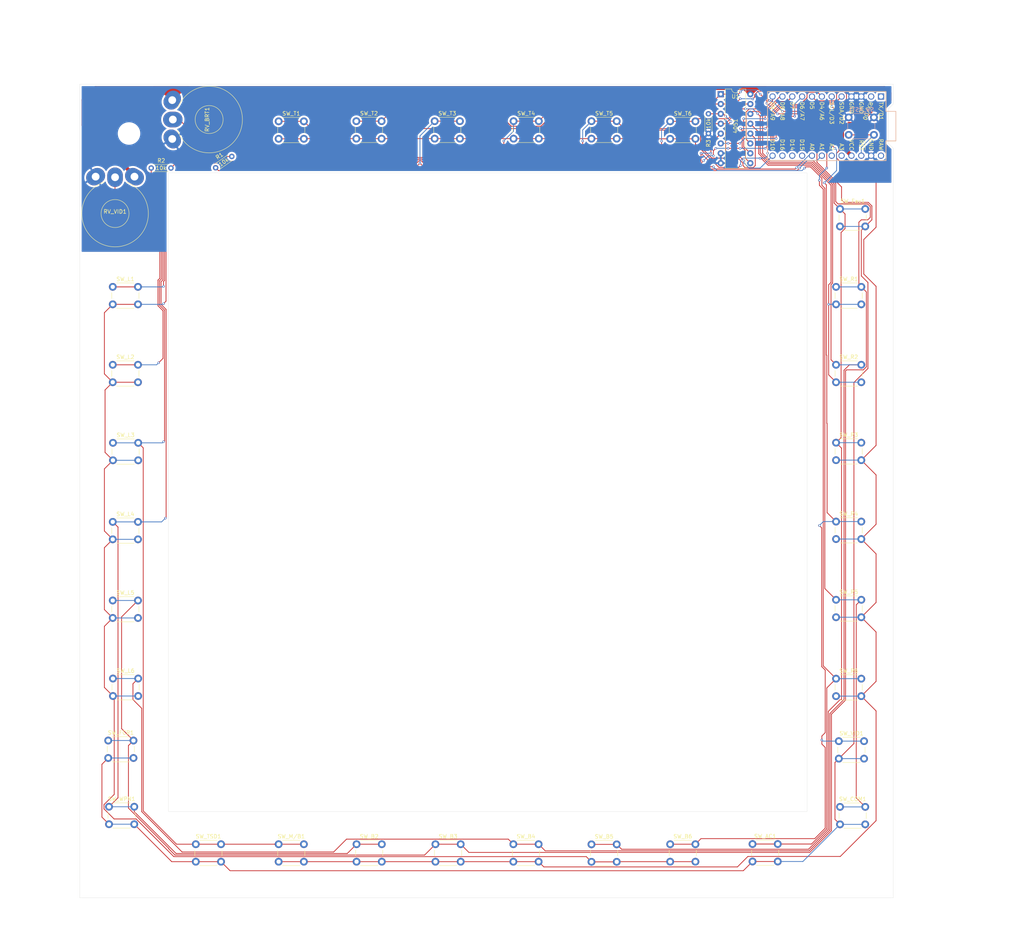
<source format=kicad_pcb>
(kicad_pcb (version 20240108) (generator "pcbnew") (generator_version "8.0")
  (layers (0 "F.Cu" signal) (31 "B.Cu" signal) (34 "B.Paste" user) (35 "F.Paste" user) (36 "B.SilkS" user "B.Silkscreen") (37 "F.SilkS" user "F.Silkscreen") (38 "B.Mask" user) (39 "F.Mask" user) (44 "Edge.Cuts" user))
  (net 0 "")
  (net 1 "Net-(U2-A1)")
  (net 2 "Net-(U2-A0)")
  (net 3 "Net-(U2-D5)")
  (net 4 "Net-(U2-SCL{slash}D3)")
  (net 5 "Net-(U2-D4{slash}A6)")
  (net 6 "Net-(U2-SDA{slash}D2)")
  (net 7 "Net-(U2-RST)")
  (net 8 "Net-(U1-A)")
  (net 9 "Net-(U1-B)")
  (net 10 "Net-(U1-C)")
  (net 12 "Net-(U1-X)")
  (net 20 "Power")
  (net 21 "Ground")
  (net 22 "Net-(U1-X4)")
  (net 23 "Net-(U1-X2)")
  (net 24 "Net-(U1-X1)")
  (net 25 "Net-(U1-X0)")
  (net 26 "Net-(U1-X7)")
  (net 27 "Net-(U1-X6)")
  (net 28 "Net-(U1-X5)")
  (net 29 "Net-(U1-X3)")
  (net 30 "Net-(U1-Inh)")
  (net 31 "Net-(R1-Pad2)")
  (net 32 "Net-(R2-Pad2)")
  (footprint "Button_Switch_THT:SW_PUSH_6mm_H5mm" (layer "F.Cu") (at 129.371999 50.300002)
    (property "Reference" "SW_T2")
    (property "Value" "SW_Push")
  )
  (footprint "Custom:LAP_Electronics_Potentiometer_Pads_With_Holes_Tight" (layer "F.Cu") (at 67.228593 74.089013)
    (property "Reference" "RV_VID1")
    (property "Value" "R_Potentiometer")
  )
  (footprint "Button_Switch_THT:SW_PUSH_6mm_H5mm" (layer "F.Cu") (at 253.935999 72.906002)
    (property "Reference" "SW_Fav1")
    (property "Value" "SW_Push")
  )
  (footprint "Button_Switch_THT:SW_PUSH_6mm_H5mm" (layer "F.Cu") (at 149.743999 236.518002)
    (property "Reference" "SW_B3")
    (property "Value" "SW_Push")
  )
  (footprint "MountingHole:MountingHole_5.3mm_M5" (layer "F.Cu") (at 70.824999 53.475002)
    (property "Reference" "REF**" (hide yes))
    (property "Value" "MountingHole_5.3mm_M5")
  )
  (footprint "Button_Switch_THT:SW_PUSH_6mm_H5mm" (layer "F.Cu") (at 169.861999 50.300002)
    (property "Reference" "SW_T4")
    (property "Value" "SW_Push")
  )
  (footprint "Button_Switch_THT:SW_PUSH_6mm_H5mm" (layer "F.Cu") (at 66.633999 113.038002)
    (property "Reference" "SW_L2")
    (property "Value" "SW_Push")
  )
  (footprint "Resistor_THT:R_Axial_DIN0204_L3.6mm_D1.6mm_P5.08mm_Horizontal" (layer "F.Cu") (at 81.619999 62.365002 180)
    (property "Reference" "R2")
    (property "Value" "10k")
  )
  (footprint "Button_Switch_THT:SW_PUSH_6mm_H5mm" (layer "F.Cu") (at 169.809999 236.518002)
    (property "Reference" "SW_B4")
    (property "Value" "SW_Push")
  )
  (footprint "Button_Switch_THT:SW_PUSH_6mm_H5mm" (layer "F.Cu") (at 66.685999 133.140002)
    (property "Reference" "SW_L3")
    (property "Value" "SW_Push")
  )
  (footprint "Button_Switch_THT:SW_PUSH_6mm_H5mm" (layer "F.Cu") (at 252.919999 173.562002)
    (property "Reference" "SW_R5")
    (property "Value" "SW_Push")
  )
  (footprint "Button_Switch_THT:SW_PUSH_6mm_H5mm" (layer "F.Cu") (at 65.669999 226.866002)
    (property "Reference" "SW_WPN1")
    (property "Value" "SW_Push")
  )
  (footprint "Button_Switch_THT:SW_PUSH_6mm_H5mm" (layer "F.Cu") (at 66.685999 193.846002)
    (property "Reference" "SW_L6")
    (property "Value" "SW_Push")
  )
  (footprint "Button_Switch_THT:SW_PUSH_6mm_H5mm" (layer "F.Cu") (at 189.927999 236.554002)
    (property "Reference" "SW_B5")
    (property "Value" "SW_Push")
  )
  (footprint "Button_Switch_THT:SW_PUSH_6mm_H5mm" (layer "F.Cu") (at 253.935999 226.902002)
    (property "Reference" "SW_COM1")
    (property "Value" "SW_Push")
  )
  (footprint "Button_Switch_THT:SW_PUSH_6mm_H5mm" (layer "F.Cu") (at 65.467999 209.812002)
    (property "Reference" "SW_FCR1")
    (property "Value" "SW_Push")
  )
  (footprint "MountingHole:MountingHole_5.3mm_M5" (layer "F.Cu") (at 256.244999 242.705002)
    (property "Reference" "REF**" (hide yes))
    (property "Value" "MountingHole_5.3mm_M5")
  )
  (footprint "Button_Switch_THT:SW_PUSH_6mm_H5mm" (layer "F.Cu") (at 253.629999 209.975002)
    (property "Reference" "SW_VID1")
    (property "Value" "SW_Push")
  )
  (footprint "Resistor_THT:R_Axial_DIN0204_L3.6mm_D1.6mm_P5.08mm_Horizontal" (layer "F.Cu") (at 220.049999 53.475002 90)
    (property "Reference" "R3")
    (property "Value" "10k")
  )
  (footprint "Button_Switch_THT:SW_PUSH_6mm_H5mm" (layer "F.Cu") (at 109.357999 236.518002)
    (property "Reference" "SW_M/B1")
    (property "Value" "SW_Push")
  )
  (footprint "MountingHole:MountingHole_5.3mm_M5" (layer "F.Cu") (at 70.824999 242.705002)
    (property "Reference" "REF**" (hide yes))
    (property "Value" "MountingHole_5.3mm_M5")
  )
  (footprint "Button_Switch_THT:SW_PUSH_6mm_H5mm" (layer "F.Cu") (at 231.404999 236.470002)
    (property "Reference" "SW_AC1")
    (property "Value" "SW_Push")
  )
  (footprint "Button_Switch_THT:SW_PUSH_6mm_H5mm" (layer "F.Cu") (at 210.195999 50.336002)
    (property "Reference" "SW_T6")
    (property "Value" "SW_Push")
  )
  (footprint "Button_Switch_THT:SW_PUSH_6mm_H5mm" (layer "F.Cu") (at 66.633999 153.496002)
    (property "Reference" "SW_L4")
    (property "Value" "SW_Push")
  )
  (footprint "Button_Switch_THT:SW_PUSH_6mm_H5mm" (layer "F.Cu") (at 252.919999 153.424002)
    (property "Reference" "SW_R4")
    (property "Value" "SW_Push")
  )
  (footprint "Custom:LAP_Electronics_Potentiometer_Pads_With_Holes_Tight" (layer "F.Cu") (at 91.454893 49.877678 90)
    (property "Reference" "RV_BRT1")
    (property "Value" "R_Potentiometer")
  )
  (footprint "Button_Switch_THT:SW_PUSH_6mm_H5mm" (layer "F.Cu") (at 66.633999 173.744002)
    (property "Reference" "SW_L5")
    (property "Value" "SW_Push")
  )
  (footprint "Package_DIP:DIP-16_W7.62mm" (layer "F.Cu") (at 223.219999 43.340002)
    (property "Reference" "U1")
    (property "Value" "4051")
  )
  (footprint "Button_Switch_THT:SW_PUSH_6mm_H5mm" (layer "F.Cu") (at 129.423999 236.518002)
    (property "Reference" "SW_B2")
    (property "Value" "SW_Push")
  )
  (footprint "Button_Switch_THT:SW_PUSH_6mm_H5mm" (layer "F.Cu") (at 149.541999 50.300002)
    (property "Reference" "SW_T3")
    (property "Value" "SW_Push")
  )
  (footprint "Button_Switch_THT:SW_PUSH_6mm_H5mm" (layer "F.Cu") (at 88.021999 236.518002)
    (property "Reference" "SW_TSD1")
    (property "Value" "SW_Push")
  )
  (footprint "Arduino ProMicro:ProMicro" (layer "F.Cu") (at 250.529999 51.570002 180)
    (property "Reference" "U2" (hide yes))
    (property "Value" "ProMicro")
  )
  (footprint "Button_Switch_THT:SW_PUSH_6mm_H5mm" (layer "F.Cu") (at 210.195999 236.518002)
    (property "Reference" "SW_B6")
    (property "Value" "SW_Push")
  )
  (footprint "Button_Switch_THT:SW_PUSH_6mm_H5mm" (layer "F.Cu") (at 109.357999 50.336002)
    (property "Reference" "SW_T1")
    (property "Value" "SW_Push")
  )
  (footprint "Button_Switch_THT:SW_PUSH_6mm_H5mm" (layer "F.Cu") (at 252.919999 193.882002)
    (property "Reference" "SW_R6")
    (property "Value" "SW_Push")
  )
  (footprint "MountingHole:MountingHole_5.3mm_M5" (layer "F.Cu") (at 263.864999 85.360002)
    (property "Reference" "REF**" (hide yes))
    (property "Value" "MountingHole_5.3mm_M5")
  )
  (footprint "Button_Switch_THT:SW_PUSH_6mm_H5mm" (layer "F.Cu") (at 252.919999 133.104002)
    (property "Reference" "SW_R3")
    (property "Value" "SW_Push")
  )
  (footprint "Button_Switch_THT:SW_PUSH_6mm_H5mm" (layer "F.Cu") (at 252.919999 113.038002)
    (property "Reference" "SW_R2")
    (property "Value" "SW_Push")
  )
  (footprint "Button_Switch_THT:SW_PUSH_6mm_H5mm" (layer "F.Cu") (at 189.927999 50.300002)
    (property "Reference" "SW_T5")
    (property "Value" "SW_Push")
  )
  (footprint "Resistor_THT:R_Axial_DIN0204_L3.6mm_D1.6mm_P5.08mm_Horizontal" (layer "F.Cu") (at 93.128353 62.297886 35)
    (property "Reference" "R1")
    (property "Value" "10k")
  )
  (footprint "Button_Switch_THT:SW_PUSH_6mm_H5mm" (layer "F.Cu") (at 66.633999 92.972002)
    (property "Reference" "SW_L1")
    (property "Value" "SW_Push")
  )
  (footprint "Button_Switch_THT:SW_PUSH_6mm_H5mm" (layer "F.Cu") (at 252.919999 92.972002)
    (property "Reference" "SW_R1")
    (property "Value" "SW_Push")
  )
  (footprint "Button_Switch_THT:SW_PUSH_6mm_H5mm" (layer "B.Cu") (at 262.669999 49.320002 180)
    (property "Reference" "SW_RST1")
    (property "Value" "SW_Push")
  )
  (gr_poly (pts (xy 228.939999 41.410002) (xy 232.749999 41.410002) (xy 230.844999 43.315002)) (stroke (width 0.2)) (fill solid) (layer "F.Cu") (net 20))
  (gr_poly (pts (xy 77.174999 41.410002) (xy 81.619999 44.585002) (xy 82.254999 44.585002) (xy 86.064999 41.410002)) (stroke (width 0.2)) (fill solid) (layer "F.Cu") (net 20))
  (gr_rect (start 80.984999 63.635002) (end 245.449999 228.100002) (stroke (width 0.05)) (fill none) (layer "Edge.Cuts"))
  (gr_poly (pts (xy 267.674999 40.775002) (xy 267.674999 45.855002) (xy 266.404999 47.125002) (xy 266.404999 56.015002) (xy 267.674999 57.285002) (xy 267.674999 250.325002) (xy 58.124999 250.325002) (xy 58.124999 40.775002)) (stroke (width 0.05)) (fill none) (layer "Edge.Cuts"))
  (segment (start 93.128353 62.297886) (end 93.865469 63.035002) (width 0.2) (layer "F.Cu") (net 1))
  (segment (start 242.874999 63.035002) (end 243.544999 62.365002) (width 0.2) (layer "F.Cu") (net 1))
  (segment (start 93.865469 63.035002) (end 242.874999 63.035002) (width 0.2) (layer "F.Cu") (net 1))
  (via (at 243.544999 62.365002) (size 0.6) (drill 0.3) (layers "F.Cu" "B.Cu") (net 1))
  (segment (start 249.259999 59.190002) (end 247.989999 60.460002) (width 0.2) (layer "B.Cu") (net 1))
  (segment (start 245.449999 60.460002) (end 243.544999 62.365002) (width 0.2) (layer "B.Cu") (net 1))
  (segment (start 247.989999 60.460002) (end 245.449999 60.460002) (width 0.2) (layer "B.Cu") (net 1))
  (segment (start 82.889999 61.095002) (end 93.884313 61.095002) (width 0.2) (layer "F.Cu") (net 2))
  (segment (start 95.424314 62.635002) (end 242.376777 62.635002) (width 0.2) (layer "F.Cu") (net 2))
  (segment (start 81.619999 62.365002) (end 82.889999 61.095002) (width 0.2) (layer "F.Cu") (net 2))
  (segment (start 242.376777 62.635002) (end 242.751939 62.25984) (width 0.2) (layer "F.Cu") (net 2))
  (segment (start 93.884313 61.095002) (end 95.424314 62.635002) (width 0.2) (layer "F.Cu") (net 2))
  (via (at 242.751939 62.25984) (size 0.6) (drill 0.3) (layers "F.Cu" "B.Cu") (net 2))
  (segment (start 242.751939 62.25984) (end 245.821777 59.190002) (width 0.2) (layer "B.Cu") (net 2))
  (segment (start 245.821777 59.190002) (end 246.719999 59.190002) (width 0.2) (layer "B.Cu") (net 2))
  (segment (start 236.889999 55.380002) (end 238.629999 57.120002) (width 0.2) (layer "F.Cu") (net 3))
  (segment (start 253.629999 214.475002) (end 257.514999 210.590002) (width 0.2) (layer "F.Cu") (net 3))
  (segment (start 252.635999 230.102002) (end 252.635999 215.469002) (width 0.2) (layer "F.Cu") (net 3))
  (segment (start 65.669999 231.366002) (end 63.839999 229.536002) (width 0.2) (layer "F.Cu") (net 3))
  (segment (start 63.839999 215.940002) (end 65.467999 214.312002) (width 0.2) (layer "F.Cu") (net 3))
  (segment (start 254.339999 70.571002) (end 254.974999 71.206002) (width 0.2) (layer "F.Cu") (net 3))
  (segment (start 254.339999 45.855002) (end 244.962006 45.855002) (width 0.2) (layer "F.Cu") (net 3))
  (segment (start 247.989999 57.920002) (end 247.989999 60.892644) (width 0.2) (layer "F.Cu") (net 3))
  (segment (start 231.404999 240.970002) (end 229.034999 243.340002) (width 0.2) (layer "F.Cu") (net 3))
  (segment (start 254.339999 67.242644) (end 254.339999 70.571002) (width 0.2) (layer "F.Cu") (net 3))
  (segment (start 260.435999 77.406002) (end 259.419999 78.422002) (width 0.2) (layer "F.Cu") (net 3))
  (segment (start 255.609999 44.585002) (end 254.339999 45.855002) (width 0.2) (layer "F.Cu") (net 3))
  (segment (start 253.704999 42.680002) (end 254.974999 42.680002) (width 0.2) (layer "F.Cu") (net 3))
  (segment (start 257.514999 117.604524) (end 261.119999 113.999524) (width 0.2) (layer "F.Cu") (net 3))
  (segment (start 253.069999 43.315002) (end 253.704999 42.680002) (width 0.2) (layer "F.Cu") (net 3))
  (segment (start 254.974999 42.680002) (end 255.609999 43.315002) (width 0.2) (layer "F.Cu") (net 3))
  (segment (start 261.119999 113.999524) (end 261.119999 91.837688) (width 0.2) (layer "F.Cu") (net 3))
  (segment (start 247.189999 57.120002) (end 247.989999 57.920002) (width 0.2) (layer "F.Cu") (net 3))
  (segment (start 236.889999 48.560688) (end 236.889999 55.380002) (width 0.2) (layer "F.Cu") (net 3))
  (segment (start 259.419999 90.137688) (end 261.119999 91.837688) (width 0.2) (layer "F.Cu") (net 3))
  (segment (start 252.635999 215.469002) (end 253.629999 214.475002) (width 0.2) (layer "F.Cu") (net 3))
  (segment (start 253.935999 231.402002) (end 252.635999 230.102002) (width 0.2) (layer "F.Cu") (net 3))
  (segment (start 247.819999 45.050002) (end 252.604999 45.050002) (width 0.2) (layer "F.Cu") (net 3))
  (segment (start 253.069999 44.585002) (end 253.069999 43.315002) (width 0.2) (layer "F.Cu") (net 3))
  (segment (start 244.962006 45.855002) (end 243.997006 46.820002) (width 0.2) (layer "F.Cu") (net 3))
  (segment (start 246.719999 43.950002) (end 247.819999 45.050002) (width 0.2) (layer "F.Cu") (net 3))
  (segment (start 262.135999 75.706001) (end 260.435999 77.406002) (width 0.2) (layer "F.Cu") (net 3))
  (segment (start 257.514999 210.590002) (end 257.514999 117.604524) (width 0.2) (layer "F.Cu") (net 3))
  (segment (start 259.419999 78.422002) (end 259.419999 90.137688) (width 0.2) (layer "F.Cu") (net 3))
  (segment (start 238.630685 46.820002) (end 236.889999 48.560688) (width 0.2) (layer "F.Cu") (net 3))
  (segment (start 88.021999 241.018002) (end 81.821999 241.018002) (width 0.2) (layer "F.Cu") (net 3))
  (segment (start 229.034999 243.340002) (end 96.843999 243.340002) (width 0.2) (layer "F.Cu") (net 3))
  (segment (start 252.604999 45.050002) (end 253.069999 44.585002) (width 0.2) (layer "F.Cu") (net 3))
  (segment (start 247.989999 60.892644) (end 254.339999 67.242644) (width 0.2) (layer "F.Cu") (net 3))
  (segment (start 262.135999 72.135316) (end 262.135999 75.706001) (width 0.2) (layer "F.Cu") (net 3))
  (segment (start 81.821999 241.018002) (end 72.169999 231.366002) (width 0.2) (layer "F.Cu") (net 3))
  (segment (start 96.843999 243.340002) (end 94.521999 241.018002) (width 0.2) (layer "F.Cu") (net 3))
  (segment (start 63.839999 229.536002) (end 63.839999 215.940002) (width 0.2) (layer "F.Cu") (net 3))
  (segment (start 254.974999 71.206002) (end 261.206685 71.206002) (width 0.2) (layer "F.Cu") (net 3))
  (segment (start 255.609999 43.315002) (end 255.609999 44.585002) (width 0.2) (layer "F.Cu") (net 3))
  (segment (start 238.629999 57.120002) (end 247.189999 57.120002) (width 0.2) (layer "F.Cu") (net 3))
  (segment (start 94.521999 241.018002) (end 88.021999 241.018002) (width 0.2) (layer "F.Cu") (net 3))
  (segment (start 261.206685 71.206002) (end 262.135999 72.135316) (width 0.2) (layer "F.Cu") (net 3))
  (segment (start 231.404999 240.970002) (end 237.904999 240.970002) (width 0.2) (layer "F.Cu") (net 3))
  (segment (start 243.997006 46.820002) (end 238.630685 46.820002) (width 0.2) (layer "F.Cu") (net 3))
  (segment (start 260.435999 231.402002) (end 253.935999 231.402002) (width 0.2) (layer "B.Cu") (net 3))
  (segment (start 253.629999 214.475002) (end 260.129999 214.475002) (width 0.2) (layer "B.Cu") (net 3))
  (segment (start 260.435999 77.406002) (end 253.935999 77.406002) (width 0.2) (layer "B.Cu") (net 3))
  (segment (start 65.669999 231.366002) (end 72.169999 231.366002) (width 0.2) (layer "B.Cu") (net 3))
  (segment (start 65.467999 214.312002) (end 71.967999 214.312002) (width 0.2) (layer "B.Cu") (net 3))
  (segment (start 253.935999 231.402002) (end 244.367999 240.970002) (width 0.2) (layer "B.Cu") (net 3))
  (segment (start 244.367999 240.970002) (end 237.904999 240.970002) (width 0.2) (layer "B.Cu") (net 3))
  (segment (start 263.229999 202.192002) (end 259.419999 198.382002) (width 0.2) (layer "F.Cu") (net 4))
  (segment (start 149.743999 241.018002) (end 135.923999 241.018002) (width 0.2) (layer "F.Cu") (net 4))
  (segment (start 259.419999 137.604002) (end 263.229999 133.794002) (width 0.2) (layer "F.Cu") (net 4))
  (segment (start 259.419999 178.062002) (end 263.229999 174.252002) (width 0.2) (layer "F.Cu") (net 4))
  (segment (start 129.423999 241.018002) (end 115.857999 241.018002) (width 0.2) (layer "F.Cu") (net 4))
  (segment (start 253.069999 59.825002) (end 253.069999 58.555002) (width 0.2) (layer "F.Cu") (net 4))
  (segment (start 260.689999 61.730002) (end 254.974999 61.730002) (width 0.2) (layer "F.Cu") (net 4))
  (segment (start 176.309999 241.018002) (end 169.809999 241.018002) (width 0.2) (layer "F.Cu") (net 4))
  (segment (start 115.857999 241.018002) (end 109.357999 241.018002) (width 0.2) (layer "F.Cu") (net 4))
  (segment (start 177.645999 242.354002) (end 227.525999 242.354002) (width 0.2) (layer "F.Cu") (net 4))
  (segment (start 156.243999 241.018002) (end 149.743999 241.018002) (width 0.2) (layer "F.Cu") (net 4))
  (segment (start 259.419999 157.924002) (end 263.229999 161.734002) (width 0.2) (layer "F.Cu") (net 4))
  (segment (start 259.419999 178.062002) (end 263.229999 181.872002) (width 0.2) (layer "F.Cu") (net 4))
  (segment (start 260.054999 80.780002) (end 263.229999 77.605002) (width 0.2) (layer "F.Cu") (net 4))
  (segment (start 254.006477 239.670002) (end 263.229999 230.44648) (width 0.2) (layer "F.Cu") (net 4))
  (segment (start 230.209999 239.670002) (end 254.006477 239.670002) (width 0.2) (layer "F.Cu") (net 4))
  (segment (start 260.054999 89.670002) (end 260.054999 80.780002) (width 0.2) (layer "F.Cu") (net 4))
  (segment (start 263.229999 92.845002) (end 260.054999 89.670002) (width 0.2) (layer "F.Cu") (net 4))
  (segment (start 263.229999 161.734002) (end 263.229999 174.252002) (width 0.2) (layer "F.Cu") (net 4))
  (segment (start 261.324999 62.365002) (end 261.324999 62.390002) (width 0.2) (layer "F.Cu") (net 4))
  (segment (start 169.809999 241.018002) (end 156.243999 241.018002) (width 0.2) (layer "F.Cu") (net 4))
  (segment (start 254.974999 61.730002) (end 253.069999 59.825002) (width 0.2) (layer "F.Cu") (net 4))
  (segment (start 253.704999 57.920002) (end 253.669999 57.885002) (width 0.2) (layer "F.Cu") (net 4))
  (segment (start 135.923999 241.018002) (end 129.423999 241.018002) (width 0.2) (layer "F.Cu") (net 4))
  (segment (start 263.229999 230.44648) (end 263.229999 202.192002) (width 0.2) (layer "F.Cu") (net 4))
  (segment (start 260.689999 61.730002) (end 261.324999 62.365002) (width 0.2) (layer "F.Cu") (net 4))
  (segment (start 259.419999 137.604002) (end 263.229999 141.414002) (width 0.2) (layer "F.Cu") (net 4))
  (segment (start 253.669999 57.885002) (end 253.669999 48.360002) (width 0.2) (layer "F.Cu") (net 4))
  (segment (start 263.229999 133.794002) (end 263.229999 92.845002) (width 0.2) (layer "F.Cu") (net 4))
  (segment (start 176.309999 241.018002) (end 177.645999 242.354002) (width 0.2) (layer "F.Cu") (net 4))
  (segment (start 263.229999 194.572002) (end 259.419999 198.382002) (width 0.2) (layer "F.Cu") (net 4))
  (segment (start 263.229999 181.872002) (end 263.229999 194.572002) (width 0.2) (layer "F.Cu") (net 4))
  (segment (start 261.324999 62.390002) (end 263.229999 64.295002) (width 0.2) (layer "F.Cu") (net 4))
  (segment (start 227.525999 242.354002) (end 230.209999 239.670002) (width 0.2) (layer "F.Cu") (net 4))
  (segment (start 253.669999 48.360002) (end 251.799999 46.490002) (width 0.2) (layer "F.Cu") (net 4))
  (segment (start 253.069999 58.555002) (end 253.704999 57.920002) (width 0.2) (layer "F.Cu") (net 4))
  (segment (start 263.229999 77.605002) (end 263.229999 64.295002) (width 0.2) (layer "F.Cu") (net 4))
  (segment (start 263.229999 141.414002) (end 263.229999 154.114002) (width 0.2) (layer "F.Cu") (net 4))
  (segment (start 263.229999 154.114002) (end 259.419999 157.924002) (width 0.2) (layer "F.Cu") (net 4))
  (via (at 251.799999 46.490002) (size 0.6) (drill 0.3) (layers "F.Cu" "B.Cu") (net 4))
  (segment (start 252.919999 178.062002) (end 259.419999 178.062002) (width 0.2) (layer "B.Cu") (net 4))
  (segment (start 251.799999 46.490002) (end 251.799999 43.950002) (width 0.2) (layer "B.Cu") (net 4))
  (segment (start 259.419999 198.382002) (end 252.919999 198.382002) (width 0.2) (layer "B.Cu") (net 4))
  (segment (start 252.919999 157.924002) (end 259.419999 157.924002) (width 0.2) (layer "B.Cu") (net 4))
  (segment (start 259.419999 137.604002) (end 252.919999 137.604002) (width 0.2) (layer "B.Cu") (net 4))
  (segment (start 210.195999 241.018002) (end 216.695999 241.018002) (width 0.2) (layer "F.Cu") (net 5))
  (segment (start 196.427999 241.054002) (end 189.927999 241.054002) (width 0.2) (layer "F.Cu") (net 5))
  (segment (start 245.449999 44.235637) (end 243.665634 46.020002) (width 0.2) (layer "F.Cu") (net 5))
  (segment (start 73.133999 117.538002) (end 66.633999 117.538002) (width 0.2) (layer "F.Cu") (net 5))
  (segment (start 221.319999 57.920002) (end 221.319999 59.190002) (width 0.2) (layer "F.Cu") (net 5))
  (segment (start 218.779999 60.495688) (end 217.040685 62.235002) (width 0.2) (layer "F.Cu") (net 5))
  (segment (start 80.384999 78.275002) (end 80.349999 78.310002) (width 0.2) (layer "F.Cu") (net 5))
  (segment (start 249.259999 43.950002) (end 248.159999 42.850002) (width 0.2) (layer "F.Cu") (net 5))
  (segment (start 243.665634 46.020002) (end 238.230685 46.020002) (width 0.2) (layer "F.Cu") (net 5))
  (segment (start 95.589999 62.235002) (end 94.049999 60.695002) (width 0.2) (layer "F.Cu") (net 5))
  (segment (start 64.656999 135.611002) (end 66.685999 137.640002) (width 0.2) (layer "F.Cu") (net 5))
  (segment (start 73.133999 97.472002) (end 66.633999 97.472002) (width 0.2) (layer "F.Cu") (net 5))
  (segment (start 228.173693 57.285002) (end 228.203981 57.31529) (width 0.2) (layer "F.Cu") (net 5))
  (segment (start 248.159999 42.850002) (end 245.914999 42.850002) (width 0.2) (layer "F.Cu") (net 5))
  (segment (start 225.129999 57.285002) (end 228.173693 57.285002) (width 0.2) (layer "F.Cu") (net 5))
  (segment (start 238.230685 46.020002) (end 236.089999 48.160688) (width 0.2) (layer "F.Cu") (net 5))
  (segment (start 66.633999 157.996002) (end 64.474999 160.155002) (width 0.2) (layer "F.Cu") (net 5))
  (segment (start 80.349999 78.310002) (end 80.349999 96.655002) (width 0.2) (layer "F.Cu") (net 5))
  (segment (start 188.591999 239.718002) (end 189.927999 241.054002) (width 0.2) (layer "F.Cu") (net 5))
  (segment (start 64.656999 119.515002) (end 64.656999 135.611002) (width 0.2) (layer "F.Cu") (net 5))
  (segment (start 82.360477 239.718002) (end 188.591999 239.718002) (width 0.2) (layer "F.Cu") (net 5))
  (segment (start 94.049999 60.695002) (end 81.177057 60.695002) (width 0.2) (layer "F.Cu") (net 5))
  (segment (start 80.349999 77.570002) (end 80.349999 78.240002) (width 0.2) (layer "F.Cu") (net 5))
  (segment (start 64.474999 160.155002) (end 64.474999 176.085002) (width 0.2) (layer "F.Cu") (net 5))
  (segment (start 64.474999 99.631002) (end 64.474999 115.379002) (width 0.2) (layer "F.Cu") (net 5))
  (segment (start 66.685999 137.640002) (end 64.474999 139.851002) (width 0.2) (layer "F.Cu") (net 5))
  (segment (start 81.177057 60.695002) (end 79.584999 62.28706) (width 0.2) (layer "F.Cu") (net 5))
  (segment (start 64.474999 115.379002) (end 66.633999 117.538002) (width 0.2) (layer "F.Cu") (net 5))
  (segment (start 210.195999 241.018002) (end 196.463999 241.018002) (width 0.2) (layer "F.Cu") (net 5))
  (segment (start 64.369999 227.40448) (end 66.970521 230.005002) (width 0.2) (layer "F.Cu") (net 5))
  (segment (start 79.584999 76.805002) (end 80.349999 77.570002) (width 0.2) (layer "F.Cu") (net 5))
  (segment (start 221.954999 57.285002) (end 221.319999 57.920002) (width 0.2) (layer "F.Cu") (net 5))
  (segment (start 64.474999 139.851002) (end 64.474999 155.837002) (width 0.2) (layer "F.Cu") (net 5))
  (segment (start 245.914999 42.850002) (end 245.449999 43.315002) (width 0.2) (layer "F.Cu") (net 5))
  (segment (start 64.474999 176.085002) (end 66.633999 178.244002) (width 0.2) (layer "F.Cu") (net 5))
  (segment (start 80.349999 78.240002) (end 80.384999 78.275002) (width 0.2) (layer "F.Cu") (net 5))
  (segment (start 64.474999 180.403002) (end 64.474999 196.135002) (width 0.2) (layer "F.Cu") (net 5))
  (segment (start 66.633999 178.244002) (end 64.474999 180.403002) (width 0.2) (layer "F.Cu") (net 5))
  (segment (start 66.633999 97.472002) (end 64.474999 99.631002) (width 0.2) (layer "F.Cu") (net 5))
  (segment (start 72.647477 230.005002) (end 82.360477 239.718002) (width 0.2) (layer "F.Cu") (net 5))
  (segment (start 66.970521 230.005002) (end 72.647477 230.005002) (width 0.2) (layer "F.Cu") (net 5))
  (segment (start 67.014999 198.675002) (end 67.014999 223.682524) (width 0.2) (layer "F.Cu") (net 5))
  (segment (start 95.589999 62.235002) (end 217.040685 62.235002) (width 0.2) (layer "F.Cu") (net 5))
  (segment (start 80.349999 96.655002) (end 79.714999 97.290002) (width 0.2) (layer "F.Cu") (net 5))
  (segment (start 67.014999 223.682524) (end 64.369999 226.327524) (width 0.2) (layer "F.Cu") (net 5))
  (segment (start 236.089999 55.850002) (end 234.654999 57.285002) (width 0.2) (layer "F.Cu") (net 5))
  (segment (start 64.474999 196.135002) (end 66.685999 198.346002) (width 0.2) (layer "F.Cu") (net 5))
  (segment (start 64.369999 226.327524) (end 64.369999 227.40448) (width 0.2) (layer "F.Cu") (net 5))
  (segment (start 79.584999 62.28706) (end 79.584999 76.805002) (width 0.2) (layer "F.Cu") (net 5))
  (segment (start 236.089999 48.160688) (end 236.089999 55.850002) (width 0.2) (layer "F.Cu") (net 5))
  (segment (start 64.474999 155.837002) (end 66.633999 157.996002) (width 0.2) (layer "F.Cu") (net 5))
  (segment (start 245.449999 43.315002) (end 245.449999 44.235637) (width 0.2) (layer "F.Cu") (net 5))
  (segment (start 66.633999 117.538002) (end 64.656999 119.515002) (width 0.2) (layer "F.Cu") (net 5))
  (via (at 218.779999 60.495688) (size 0.6) (drill 0.3) (layers "F.Cu" "B.Cu") (net 5))
  (via (at 221.319999 59.190002) (size 0.6) (drill 0.3) (layers "F.Cu" "B.Cu") (net 5))
  (via (at 225.129999 57.285002) (size 0.6) (drill 0.3) (layers "F.Cu" "B.Cu") (net 5))
  (via (at 221.954999 57.285002) (size 0.6) (drill 0.3) (layers "F.Cu" "B.Cu") (net 5))
  (via (at 234.654999 57.285002) (size 0.6) (drill 0.3) (layers "F.Cu" "B.Cu") (net 5))
  (via (at 228.203981 57.31529) (size 0.6) (drill 0.3) (layers "F.Cu" "B.Cu") (net 5))
  (via (at 79.714999 97.290002) (size 0.6) (drill 0.3) (layers "F.Cu" "B.Cu") (net 5))
  (segment (start 66.633999 157.996002) (end 73.133999 157.996002) (width 0.2) (layer "B.Cu") (net 5))
  (segment (start 220.085685 59.190002) (end 218.779999 60.495688) (width 0.2) (layer "B.Cu") (net 5))
  (segment (start 73.185999 137.640002) (end 66.685999 137.640002) (width 0.2) (layer "B.Cu") (net 5))
  (segment (start 234.654999 57.285002) (end 228.264199 57.285002) (width 0.2) (layer "B.Cu") (net 5))
  (segment (start 79.714999 97.290002) (end 79.532999 97.472002) (width 0.2) (layer "B.Cu") (net 5))
  (segment (start 79.532999 97.472002) (end 73.133999 97.472002) (width 0.2) (layer "B.Cu") (net 5))
  (segment (start 66.633999 178.244002) (end 73.133999 178.244002) (width 0.2) (layer "B.Cu") (net 5))
  (segment (start 221.319999 59.190002) (end 220.085685 59.190002) (width 0.2) (layer "B.Cu") (net 5))
  (segment (start 221.954999 57.285002) (end 225.129999 57.285002) (width 0.2) (layer "B.Cu") (net 5))
  (segment (start 66.685999 198.346002) (end 73.185999 198.346002) (width 0.2) (layer "B.Cu") (net 5))
  (segment (start 216.695999 54.836002) (end 216.695999 56.151637) (width 0.2) (layer "F.Cu") (net 6))
  (segment (start 196.427999 54.800002) (end 189.927999 54.800002) (width 0.2) (layer "F.Cu") (net 6))
  (segment (start 216.695999 56.151637) (end 222.764364 62.220002) (width 0.2) (layer "F.Cu") (net 6))
  (segment (start 251.634999 66.800387) (end 251.634999 91.809316) (width 0.2) (layer "F.Cu") (net 6))
  (segment (start 227.814999 62.220002) (end 228.304999 61.730002) (width 0.2) (layer "F.Cu") (net 6))
  (segment (start 115.857999 54.836002) (end 109.357999 54.836002) (width 0.2) (layer "F.Cu") (net 6))
  (segment (start 236.489999 48.395002) (end 238.464999 46.420002) (width 0.2) (layer "F.Cu") (net 6))
  (segment (start 251.019999 115.638002) (end 252.919999 117.538002) (width 0.2) (layer "F.Cu") (net 6))
  (segment (start 156.041999 54.800002) (end 149.541999 54.800002) (width 0.2) (layer "F.Cu") (net 6))
  (segment (start 129.371999 54.800002) (end 115.893999 54.800002) (width 0.2) (layer "F.Cu") (net 6))
  (segment (start 210.195999 54.836002) (end 202.995999 54.836002) (width 0.2) (layer "F.Cu") (net 6))
  (segment (start 176.361999 54.800002) (end 169.861999 54.800002) (width 0.2) (layer "F.Cu") (net 6))
  (segment (start 238.464999 46.420002) (end 243.83132 46.420002) (width 0.2) (layer "F.Cu") (net 6))
  (segment (start 251.019999 97.472002) (end 251.019999 115.638002) (width 0.2) (layer "F.Cu") (net 6))
  (segment (start 216.695999 54.836002) (end 210.195999 54.836002) (width 0.2) (layer "F.Cu") (net 6))
  (segment (start 189.927999 54.800002) (end 176.361999 54.800002) (width 0.2) (layer "F.Cu") (net 6))
  (segment (start 236.489999 56.085002) (end 236.489999 48.395002) (width 0.2) (layer "F.Cu") (net 6))
  (segment (start 149.541999 54.800002) (end 135.871999 54.800002) (width 0.2) (layer "F.Cu") (net 6))
  (segment (start 244.80132 45.450002) (end 252.839999 45.450002) (width 0.2) (layer "F.Cu") (net 6))
  (segment (start 235.427941 61.660001) (end 246.494614 61.660002) (width 0.2) (layer "F.Cu") (net 6))
  (segment (start 235.289999 58.555002) (end 235.289999 57.285002) (width 0.2) (layer "F.Cu") (net 6))
  (segment (start 222.764364 62.220002) (end 227.814999 62.220002) (width 0.2) (layer "F.Cu") (net 6))
  (segment (start 202.849999 54.800002) (end 202.904999 54.745002) (width 0.2) (layer "F.Cu") (net 6))
  (segment (start 251.019999 92.424316) (end 251.019999 97.472002) (width 0.2) (layer "F.Cu") (net 6))
  (segment (start 233.347549 59.862452) (end 233.630392 59.862452) (width 0.2) (layer "F.Cu") (net 6))
  (segment (start 233.630392 59.862452) (end 235.427941 61.660001) (width 0.2) (layer "F.Cu") (net 6))
  (segment (start 251.634999 91.809316) (end 251.019999 92.424316) (width 0.2) (layer "F.Cu") (net 6))
  (segment (start 169.861999 54.800002) (end 156.041999 54.800002) (width 0.2) (layer "F.Cu") (net 6))
  (segment (start 246.494614 61.660002) (end 251.634999 66.800387) (width 0.2) (layer "F.Cu") (net 6))
  (segment (start 135.871999 54.800002) (end 129.371999 54.800002) (width 0.2) (layer "F.Cu") (net 6))
  (segment (start 243.83132 46.420002) (end 244.80132 45.450002) (width 0.2) (layer "F.Cu") (net 6))
  (segment (start 235.289999 57.285002) (end 236.489999 56.085002) (width 0.2) (layer "F.Cu") (net 6))
  (segment (start 202.995999 54.836002) (end 202.904999 54.745002) (width 0.2) (layer "F.Cu") (net 6))
  (segment (start 196.427999 54.800002) (end 202.849999 54.800002) (width 0.2) (layer "F.Cu") (net 6))
  (segment (start 252.839999 45.450002) (end 254.339999 43.950002) (width 0.2) (layer "F.Cu") (net 6))
  (via (at 233.347549 59.862452) (size 0.6) (drill 0.3) (layers "F.Cu" "B.Cu") (net 6))
  (via (at 235.289999 58.555002) (size 0.6) (drill 0.3) (layers "F.Cu" "B.Cu") (net 6))
  (via (at 228.304999 61.730002) (size 0.6) (drill 0.3) (layers "F.Cu" "B.Cu") (net 6))
  (via (at 251.019999 97.472002) (size 0.6) (drill 0.3) (layers "F.Cu" "B.Cu") (net 6))
  (segment (start 234.654999 59.825002) (end 235.289999 59.190002) (width 0.2) (layer "B.Cu") (net 6))
  (segment (start 233.384999 59.825002) (end 233.347549 59.862452) (width 0.2) (layer "B.Cu") (net 6))
  (segment (start 251.019999 97.472002) (end 252.919999 97.472002) (width 0.2) (layer "B.Cu") (net 6))
  (segment (start 228.939999 59.825002) (end 233.384999 59.825002) (width 0.2) (layer "B.Cu") (net 6))
  (segment (start 228.304999 60.460002) (end 228.939999 59.825002) (width 0.2) (layer "B.Cu") (net 6))
  (segment (start 259.419999 97.472002) (end 252.919999 97.472002) (width 0.2) (layer "B.Cu") (net 6))
  (segment (start 259.419999 117.538002) (end 252.919999 117.538002) (width 0.2) (layer "B.Cu") (net 6))
  (segment (start 235.289999 59.190002) (end 235.289999 58.555002) (width 0.2) (layer "B.Cu") (net 6))
  (segment (start 228.304999 61.730002) (end 228.304999 60.460002) (width 0.2) (layer "B.Cu") (net 6))
  (segment (start 233.384999 59.825002) (end 234.654999 59.825002) (width 0.2) (layer "B.Cu") (net 6))
  (segment (start 262.669999 53.820002) (end 256.169999 53.820002) (width 0.2) (layer "F.Cu") (net 7))
  (segment (start 259.419999 57.070002) (end 262.669999 53.820002) (width 0.2) (layer "B.Cu") (net 7))
  (segment (start 259.419999 59.190002) (end 259.419999 57.070002) (width 0.2) (layer "B.Cu") (net 7))
  (segment (start 236.559999 43.950002) (end 236.559999 45.081372) (width 0.2) (layer "F.Cu") (net 8))
  (segment (start 230.579364 47.125002) (end 229.739999 47.964367) (width 0.2) (layer "F.Cu") (net 8))
  (segment (start 236.559999 45.081372) (end 234.516369 47.125002) (width 0.2) (layer "F.Cu") (net 8))
  (segment (start 234.516369 47.125002) (end 230.579364 47.125002) (width 0.2) (layer "F.Cu") (net 8))
  (segment (start 229.739999 47.964367) (end 229.739999 54.940002) (width 0.2) (layer "F.Cu") (net 8))
  (segment (start 229.739999 54.940002) (end 230.839999 56.040002) (width 0.2) (layer "F.Cu") (net 8))
  (segment (start 234.654999 47.760002) (end 238.464999 43.950002) (width 0.2) (layer "F.Cu") (net 9))
  (segment (start 229.139999 56.880002) (end 230.839999 58.580002) (width 0.2) (layer "F.Cu") (net 9))
  (segment (start 234.654999 49.665002) (end 234.654999 47.760002) (width 0.2) (layer "F.Cu") (net 9))
  (segment (start 229.139999 49.665002) (end 229.139999 56.880002) (width 0.2) (layer "F.Cu") (net 9))
  (via (at 229.139999 49.665002) (size 0.6) (drill 0.3) (layers "F.Cu" "B.Cu") (net 9))
  (via (at 234.654999 49.665002) (size 0.6) (drill 0.3) (layers "F.Cu" "B.Cu") (net 9))
  (segment (start 229.139999 49.665002) (end 234.654999 49.665002) (width 0.2) (layer "B.Cu") (net 9))
  (segment (start 229.574999 59.855002) (end 229.574999 57.880688) (width 0.2) (layer "F.Cu") (net 10))
  (segment (start 241.639999 43.950002) (end 240.369999 45.220002) (width 0.2) (layer "F.Cu") (net 10))
  (segment (start 228.739999 52.640002) (end 228.304999 52.205002) (width 0.2) (layer "F.Cu") (net 10))
  (segment (start 237.829999 45.220002) (end 235.289999 47.760002) (width 0.2) (layer "F.Cu") (net 10))
  (segment (start 228.739999 57.045687) (end 228.739999 52.640002) (width 0.2) (layer "F.Cu") (net 10))
  (segment (start 235.289999 51.570002) (end 234.654999 52.205002) (width 0.2) (layer "F.Cu") (net 10))
  (segment (start 235.289999 47.760002) (end 235.289999 51.570002) (width 0.2) (layer "F.Cu") (net 10))
  (segment (start 240.369999 45.220002) (end 237.829999 45.220002) (width 0.2) (layer "F.Cu") (net 10))
  (segment (start 230.839999 61.120002) (end 229.574999 59.855002) (width 0.2) (layer "F.Cu") (net 10))
  (segment (start 229.574999 57.880688) (end 228.739999 57.045687) (width 0.2) (layer "F.Cu") (net 10))
  (via (at 234.654999 52.205002) (size 0.6) (drill 0.3) (layers "F.Cu" "B.Cu") (net 10))
  (via (at 228.304999 52.205002) (size 0.6) (drill 0.3) (layers "F.Cu" "B.Cu") (net 10))
  (segment (start 228.304999 52.205002) (end 234.654999 52.205002) (width 0.2) (layer "B.Cu") (net 10))
  (segment (start 220.049999 48.395002) (end 223.194999 48.395002) (width 0.2) (layer "F.Cu") (net 12))
  (segment (start 228.118529 59.425002) (end 225.764999 59.425002) (width 0.2) (layer "F.Cu") (net 12))
  (segment (start 224.494999 58.155002) (end 224.494999 51.73716) (width 0.2) (layer "F.Cu") (net 12))
  (segment (start 225.764999 59.425002) (end 224.494999 58.155002) (width 0.2) (layer "F.Cu") (net 12))
  (segment (start 223.884999 48.420002) (end 224.494999 49.030002) (width 0.2) (layer "F.Cu") (net 12))
  (segment (start 229.153529 60.460002) (end 228.118529 59.425002) (width 0.2) (layer "F.Cu") (net 12))
  (segment (start 224.494999 51.73716) (end 225.848578 50.383581) (width 0.2) (layer "F.Cu") (net 12))
  (via (at 225.848578 50.383581) (size 0.6) (drill 0.3) (layers "F.Cu" "B.Cu") (net 12))
  (via (at 224.494999 49.030002) (size 0.6) (drill 0.3) (layers "F.Cu" "B.Cu") (net 12))
  (via (at 229.153529 60.460002) (size 0.6) (drill 0.3) (layers "F.Cu" "B.Cu") (net 12))
  (segment (start 233.384999 62.365002) (end 236.559999 59.190002) (width 0.2) (layer "B.Cu") (net 12))
  (segment (start 229.153529 60.460002) (end 229.153529 60.989167) (width 0.2) (layer "B.Cu") (net 12))
  (segment (start 224.494999 49.030002) (end 225.848578 50.383581) (width 0.2) (layer "B.Cu") (net 12))
  (segment (start 229.153529 60.989167) (end 230.529364 62.365002) (width 0.2) (layer "B.Cu") (net 12))
  (segment (start 230.529364 62.365002) (end 233.384999 62.365002) (width 0.2) (layer "B.Cu") (net 12))
  (segment (start 254.469999 52.795002) (end 256.244999 51.020002) (width 1) (layer "F.Cu") (net 20))
  (segment (start 254.469999 56.780002) (end 254.469999 52.795002) (width 1) (layer "F.Cu") (net 20))
  (segment (start 59.124999 44.855002) (end 62.204999 41.775002) (width 1) (layer "F.Cu") (net 20))
  (segment (start 265.324999 41.775002) (end 234.654999 41.775002) (width 1) (layer "F.Cu") (net 20))
  (segment (start 229.274999 41.775002) (end 228.304999 41.775002) (width 1) (layer "F.Cu") (net 20))
  (segment (start 256.879999 59.190002) (end 254.469999 56.780002) (width 1) (layer "F.Cu") (net 20))
  (segment (start 232.404999 41.775002) (end 230.839999 43.340002) (width 1) (layer "F.Cu") (net 20))
  (segment (start 256.244999 51.020002) (end 258.565835 51.020002) (width 1) (layer "F.Cu") (net 20))
  (segment (start 230.839999 43.340002) (end 229.274999 41.775002) (width 1) (layer "F.Cu") (net 20))
  (segment (start 62.204999 41.775002) (end 228.304999 41.775002) (width 1) (layer "F.Cu") (net 20))
  (segment (start 266.674999 43.125002) (end 265.324999 41.775002) (width 1) (layer "F.Cu") (net 20))
  (segment (start 266.674999 44.775002) (end 266.674999 43.125002) (width 1) (layer "F.Cu") (net 20))
  (segment (start 234.654999 41.775002) (end 232.404999 41.775002) (width 1) (layer "F.Cu") (net 20))
  (segment (start 264.324999 47.125002) (end 266.674999 44.775002) (width 1) (layer "F.Cu") (net 20))
  (segment (start 59.124999 51.300002) (end 59.124999 44.855002) (width 1) (layer "F.Cu") (net 20))
  (segment (start 228.304999 41.775002) (end 234.654999 41.775002) (width 1) (layer "F.Cu") (net 20))
  (segment (start 258.565835 51.020002) (end 262.460835 47.125002) (width 1) (layer "F.Cu") (net 20))
  (segment (start 72.213148 64.388151) (end 59.124999 51.300002) (width 1) (layer "F.Cu") (net 20))
  (segment (start 262.460835 47.125002) (end 264.324999 47.125002) (width 1) (layer "F.Cu") (net 20))
  (segment (start 80.514313 59.095002) (end 94.712742 59.095002) (width 0.2) (layer "F.Cu") (net 22))
  (segment (start 66.633999 113.038002) (end 73.133999 113.038002) (width 0.2) (layer "F.Cu") (net 22))
  (segment (start 250.529999 196.272002) (end 252.919999 193.882002) (width 0.2) (layer "F.Cu") (net 22))
  (segment (start 79.584999 111.390002) (end 79.584999 99.139903) (width 0.2) (layer "F.Cu") (net 22))
  (segment (start 243.184313 48.395002) (end 250.529999 55.740688) (width 0.2) (layer "F.Cu") (net 22))
  (segment (start 167.344999 59.190002) (end 167.344999 55.400002) (width 0.2) (layer "F.Cu") (net 22))
  (segment (start 237.867107 48.43211) (end 237.904215 48.395002) (width 0.2) (layer "F.Cu") (net 22))
  (segment (start 78.279999 91.244316) (end 78.749999 90.774316) (width 0.2) (layer "F.Cu") (net 22))
  (segment (start 146.381371 59.660002) (end 147.356371 60.635002) (width 0.2) (layer "F.Cu") (net 22))
  (segment (start 77.984999 77.467745) (end 77.984999 61.624316) (width 0.2) (layer "F.Cu") (net 22))
  (segment (start 79.584999 99.139903) (end 78.279999 97.834903) (width 0.2) (layer "F.Cu") (net 22))
  (segment (start 77.984999 61.624316) (end 80.514313 59.095002) (width 0.2) (layer "F.Cu") (net 22))
  (segment (start 246.604999 236.470002) (end 250.529999 232.545002) (width 0.2) (layer "F.Cu") (net 22))
  (segment (start 144.235098 60.635002) (end 145.210098 59.660002) (width 0.2) (layer "F.Cu") (net 22))
  (segment (start 250.529999 232.545002) (end 250.529999 196.272002) (width 0.2) (layer "F.Cu") (net 22))
  (segment (start 181.181999 45.480002) (end 176.361999 50.300002) (width 0.2) (layer "F.Cu") (net 22))
  (segment (start 145.210098 59.660002) (end 146.381371 59.660002) (width 0.2) (layer "F.Cu") (net 22))
  (segment (start 165.899999 60.635002) (end 167.344999 59.190002) (width 0.2) (layer "F.Cu") (net 22))
  (segment (start 78.749999 90.774316) (end 78.749999 78.232745) (width 0.2) (layer "F.Cu") (net 22))
  (segment (start 94.712742 59.095002) (end 96.252743 60.635002) (width 0.2) (layer "F.Cu") (net 22))
  (segment (start 237.904999 236.470002) (end 246.604999 236.470002) (width 0.2) (layer "F.Cu") (net 22))
  (segment (start 78.279999 97.834903) (end 78.279999 91.244316) (width 0.2) (layer "F.Cu") (net 22))
  (segment (start 227.739999 43.340002) (end 228.304999 42.775002) (width 0.2) (layer "F.Cu") (net 22))
  (segment (start 169.861999 50.300002) (end 176.361999 50.300002) (width 0.2) (layer "F.Cu") (net 22))
  (segment (start 249.619999 190.582002) (end 252.919999 193.882002) (width 0.2) (layer "F.Cu") (net 22))
  (segment (start 235.113919 45.056815) (end 235.113919 45.678922) (width 0.2) (layer "F.Cu") (net 22))
  (segment (start 248.624999 65.540002) (end 248.624999 66.810002) (width 0.2) (layer "F.Cu") (net 22))
  (segment (start 223.219999 43.340002) (end 227.739999 43.340002) (width 0.2) (layer "F.Cu") (net 22))
  (segment (start 223.199999 43.340002) (end 221.059999 45.480002) (width 0.2) (layer "F.Cu") (net 22))
  (segment (start 233.372106 43.315002) (end 235.113919 45.056815) (width 0.2) (layer "F.Cu") (net 22))
  (segment (start 78.749999 78.232745) (end 77.984999 77.467745) (width 0.2) (layer "F.Cu") (net 22))
  (segment (start 237.904999 236.470002) (end 231.404999 236.470002) (width 0.2) (layer "F.Cu") (net 22))
  (segment (start 237.904215 48.395002) (end 243.184313 48.395002) (width 0.2) (layer "F.Cu") (net 22))
  (segment (start 147.356371 60.635002) (end 165.899999 60.635002) (width 0.2) (layer "F.Cu") (net 22))
  (segment (start 96.252743 60.635002) (end 144.235098 60.635002) (width 0.2) (layer "F.Cu") (net 22))
  (segment (start 78.444999 112.530002) (end 79.584999 111.390002) (width 0.2) (layer "F.Cu") (net 22))
  (segment (start 248.624999 66.810002) (end 249.619999 67.805002) (width 0.2) (layer "F.Cu") (net 22))
  (segment (start 221.059999 45.480002) (end 181.181999 45.480002) (width 0.2) (layer "F.Cu") (net 22))
  (segment (start 250.529999 55.740688) (end 250.529999 62.365002) (width 0.2) (layer "F.Cu") (net 22))
  (segment (start 249.619999 67.805002) (end 249.619999 190.582002) (width 0.2) (layer "F.Cu") (net 22))
  (via (at 228.304999 42.775002) (size 0.6) (drill 0.3) (layers "F.Cu" "B.Cu") (net 22))
  (via (at 233.372106 43.315002) (size 0.6) (drill 0.3) (layers "F.Cu" "B.Cu") (net 22))
  (via (at 248.624999 65.540002) (size 0.6) (drill 0.3) (layers "F.Cu" "B.Cu") (net 22))
  (via (at 235.113919 45.678922) (size 0.6) (drill 0.3) (layers "F.Cu" "B.Cu") (net 22))
  (via (at 167.344999 55.400002) (size 0.6) (drill 0.3) (layers "F.Cu" "B.Cu") (net 22))
  (via (at 237.867107 48.43211) (size 0.6) (drill 0.3) (layers "F.Cu" "B.Cu") (net 22))
  (via (at 250.529999 62.365002) (size 0.6) (drill 0.3) (layers "F.Cu" "B.Cu") (net 22))
  (via (at 78.444999 112.530002) (size 0.6) (drill 0.3) (layers "F.Cu" "B.Cu") (net 22))
  (segment (start 169.861999 52.883002) (end 167.344999 55.400002) (width 0.2) (layer "B.Cu") (net 22))
  (segment (start 250.529999 62.365002) (end 248.624999 64.270002) (width 0.2) (layer "B.Cu") (net 22))
  (segment (start 232.297106 42.240002) (end 233.372106 43.315002) (width 0.2) (layer "B.Cu") (net 22))
  (segment (start 169.861999 50.300002) (end 169.861999 52.883002) (width 0.2) (layer "B.Cu") (net 22))
  (segment (start 248.624999 64.270002) (end 248.624999 65.540002) (width 0.2) (layer "B.Cu") (net 22))
  (segment (start 77.936999 113.038002) (end 78.444999 112.530002) (width 0.2) (layer "B.Cu") (net 22))
  (segment (start 252.919999 193.882002) (end 259.419999 193.882002) (width 0.2) (layer "B.Cu") (net 22))
  (segment (start 235.113919 45.678922) (end 237.867107 48.43211) (width 0.2) (layer "B.Cu") (net 22))
  (segment (start 228.304999 42.775002) (end 228.839999 42.240002) (width 0.2) (layer "B.Cu") (net 22))
  (segment (start 228.839999 42.240002) (end 232.297106 42.240002) (width 0.2) (layer "B.Cu") (net 22))
  (segment (start 73.133999 113.038002) (end 77.936999 113.038002) (width 0.2) (layer "B.Cu") (net 22))
  (segment (start 145.54147 60.460002) (end 144.56647 61.435002) (width 0.2) (layer "F.Cu") (net 23))
  (segment (start 67.985999 224.550002) (end 65.669999 226.866002) (width 0.2) (layer "F.Cu") (net 23))
  (segment (start 147.024999 61.435002) (end 146.049999 60.460002) (width 0.2) (layer "F.Cu") (net 23))
  (segment (start 80.384999 98.808531) (end 80.384999 152.335002) (width 0.2) (layer "F.Cu") (net 23))
  (segment (start 67.985999 154.848002) (end 67.985999 224.550002) (width 0.2) (layer "F.Cu") (net 23))
  (segment (start 82.949207 238.918002) (end 72.169999 228.138794) (width 0.2) (layer "F.Cu") (net 23))
  (segment (start 210.195999 50.336002) (end 216.695999 50.336002) (width 0.2) (layer "F.Cu") (net 23))
  (segment (start 94.381371 59.895002) (end 80.845685 59.895002) (width 0.2) (layer "F.Cu") (net 23))
  (segment (start 95.921371 61.435002) (end 94.381371 59.895002) (width 0.2) (layer "F.Cu") (net 23))
  (segment (start 80.845685 59.895002) (end 78.784999 61.955688) (width 0.2) (layer "F.Cu") (net 23))
  (segment (start 80.384999 152.335002) (end 80.184999 152.535002) (width 0.2) (layer "F.Cu") (net 23))
  (segment (start 129.423999 236.518002) (end 135.923999 236.518002) (width 0.2) (layer "F.Cu") (net 23))
  (segment (start 79.549999 91.174316) (end 79.079999 91.644316) (width 0.2) (layer "F.Cu") (net 23))
  (segment (start 225.152942 49.665002) (end 228.937942 45.880002) (width 0.2) (layer "F.Cu") (net 23))
  (segment (start 228.937942 45.880002) (end 230.839999 45.880002) (width 0.2) (layer "F.Cu") (net 23))
  (segment (start 66.633999 153.496002) (end 67.985999 154.848002) (width 0.2) (layer "F.Cu") (net 23))
  (segment (start 217.366999 49.665002) (end 225.152942 49.665002) (width 0.2) (layer "F.Cu") (net 23))
  (segment (start 144.56647 61.435002) (end 95.921371 61.435002) (width 0.2) (layer "F.Cu") (net 23))
  (segment (start 78.784999 77.136373) (end 79.549999 77.901374) (width 0.2) (layer "F.Cu") (net 23))
  (segment (start 79.079999 91.644316) (end 79.079999 97.503531) (width 0.2) (layer "F.Cu") (net 23))
  (segment (start 146.049999 60.460002) (end 145.54147 60.460002) (width 0.2) (layer "F.Cu") (net 23))
  (segment (start 79.549999 77.901374) (end 79.549999 91.174316) (width 0.2) (layer "F.Cu") (net 23))
  (segment (start 127.023999 238.918002) (end 82.949207 238.918002) (width 0.2) (layer "F.Cu") (net 23))
  (segment (start 129.423999 236.518002) (end 127.023999 238.918002) (width 0.2) (layer "F.Cu") (net 23))
  (segment (start 207.984999 55.436002) (end 207.984999 60.460002) (width 0.2) (layer "F.Cu") (net 23))
  (segment (start 78.784999 61.955688) (end 78.784999 77.136373) (width 0.2) (layer "F.Cu") (net 23))
  (segment (start 79.079999 97.503531) (end 80.384999 98.808531) (width 0.2) (layer "F.Cu") (net 23))
  (segment (start 207.984999 60.460002) (end 207.009999 61.435002) (width 0.2) (layer "F.Cu") (net 23))
  (segment (start 72.169999 228.138794) (end 72.169999 226.866002) (width 0.2) (layer "F.Cu") (net 23))
  (segment (start 216.695999 50.336002) (end 217.366999 49.665002) (width 0.2) (layer "F.Cu") (net 23))
  (segment (start 207.009999 61.435002) (end 147.024999 61.435002) (width 0.2) (layer "F.Cu") (net 23))
  (via (at 80.184999 152.535002) (size 0.6) (drill 0.3) (layers "F.Cu" "B.Cu") (net 23))
  (via (at 207.984999 55.436002) (size 0.6) (drill 0.3) (layers "F.Cu" "B.Cu") (net 23))
  (segment (start 207.984999 52.547002) (end 207.984999 55.436002) (width 0.2) (layer "B.Cu") (net 23))
  (segment (start 80.184999 152.535002) (end 79.223999 153.496002) (width 0.2) (layer "B.Cu") (net 23))
  (segment (start 73.133999 153.496002) (end 66.633999 153.496002) (width 0.2) (layer "B.Cu") (net 23))
  (segment (start 210.195999 50.336002) (end 207.984999 52.547002) (width 0.2) (layer "B.Cu") (net 23))
  (segment (start 72.169999 226.866002) (end 65.669999 226.866002) (width 0.2) (layer "B.Cu") (net 23))
  (segment (start 79.223999 153.496002) (end 73.133999 153.496002) (width 0.2) (layer "B.Cu") (net 23))
  (segment (start 261.100999 75.700002) (end 259.419999 75.700002) (width 0.2) (layer "F.Cu") (net 24))
  (segment (start 251.729999 203.031373) (end 251.729999 233.04206) (width 0.2) (layer "F.Cu") (net 24))
  (segment (start 68.919999 206.764002) (end 71.967999 209.812002) (width 0.2) (layer "F.Cu") (net 24))
  (segment (start 246.991672 60.460002) (end 252.834999 66.303329) (width 0.2) (layer "F.Cu") (net 24))
  (segment (start 231.499999 47.760002) (end 232.963528 47.760002) (width 0.2) (layer "F.Cu") (net 24))
  (segment (start 260.719999 94.272002) (end 260.719999 113.57648) (width 0.2) (layer "F.Cu") (net 24))
  (segment (start 259.958477 114.338002) (end 255.637685 114.338002) (width 0.2) (layer "F.Cu") (net 24))
  (segment (start 158.343999 238.618002) (end 156.243999 236.518002) (width 0.2) (layer "F.Cu") (net 24))
  (segment (start 252.834999 71.020002) (end 253.420999 71.606002) (width 0.2) (layer "F.Cu") (net 24))
  (segment (start 255.374999 114.600688) (end 255.374999 199.386373) (width 0.2) (layer "F.Cu") (net 24))
  (segment (start 156.243999 236.518002) (end 149.743999 236.518002) (width 0.2) (layer "F.Cu") (net 24))
  (segment (start 246.154056 238.618002) (end 158.343999 238.618002) (width 0.2) (layer "F.Cu") (net 24))
  (segment (start 261.735999 75.065002) (end 261.100999 75.700002) (width 0.2) (layer "F.Cu") (net 24))
  (segment (start 235.924999 60.460002) (end 246.991672 60.460002) (width 0.2) (layer "F.Cu") (net 24))
  (segment (start 70.667999 211.112002) (end 70.667999 227.20248) (width 0.2) (layer "F.Cu") (net 24))
  (segment (start 71.967999 209.812002) (end 70.667999 211.112002) (width 0.2) (layer "F.Cu") (net 24))
  (segment (start 255.637685 114.338002) (end 255.374999 114.600688) (width 0.2) (layer "F.Cu") (net 24))
  (segment (start 232.963528 47.760002) (end 234.019999 48.816473) (width 0.2) (layer "F.Cu") (net 24))
  (segment (start 70.667999 227.20248) (end 81.03776 237.572241) (width 0.2) (layer "F.Cu") (net 24))
  (segment (start 261.735999 72.301002) (end 261.735999 75.065002) (width 0.2) (layer "F.Cu") (net 24))
  (segment (start 253.420999 71.606002) (end 261.040999 71.606002) (width 0.2) (layer "F.Cu") (net 24))
  (segment (start 73.133999 173.744002) (end 68.919999 177.958002) (width 0.2) (layer "F.Cu") (net 24))
  (segment (start 82.677999 239.318002) (end 146.943999 239.318002) (width 0.2) (layer "F.Cu") (net 24))
  (segment (start 259.419999 75.700002) (end 258.784999 76.335002) (width 0.2) (layer "F.Cu") (net 24))
  (segment (start 255.374999 199.386373) (end 251.729999 203.031373) (width 0.2) (layer "F.Cu") (net 24))
  (segment (start 260.719999 113.57648) (end 259.958477 114.338002) (width 0.2) (layer "F.Cu") (net 24))
  (segment (start 261.040999 71.606002) (end 261.735999 72.301002) (width 0.2) (layer "F.Cu") (net 24))
  (segment (start 81.03776 237.677763) (end 82.677999 239.318002) (width 0.2) (layer "F.Cu") (net 24))
  (segment (start 234.019999 48.816473) (end 234.019999 58.555002) (width 0.2) (layer "F.Cu") (net 24))
  (segment (start 234.019999 58.555002) (end 235.924999 60.460002) (width 0.2) (layer "F.Cu") (net 24))
  (segment (start 68.919999 177.958002) (end 68.919999 206.764002) (width 0.2) (layer "F.Cu") (net 24))
  (segment (start 146.943999 239.318002) (end 149.743999 236.518002) (width 0.2) (layer "F.Cu") (net 24))
  (segment (start 258.784999 76.335002) (end 258.784999 92.337002) (width 0.2) (layer "F.Cu") (net 24))
  (segment (start 252.834999 66.303329) (end 252.834999 71.020002) (width 0.2) (layer "F.Cu") (net 24))
  (segment (start 230.839999 48.420002) (end 231.499999 47.760002) (width 0.2) (layer "F.Cu") (net 24))
  (segment (start 251.729999 233.04206) (end 246.154056 238.618002) (width 0.2) (layer "F.Cu") (net 24))
  (segment (start 81.03776 237.572241) (end 81.03776 237.677763) (width 0.2) (layer "F.Cu") (net 24))
  (segment (start 259.419999 92.972002) (end 260.719999 94.272002) (width 0.2) (layer "F.Cu") (net 24))
  (segment (start 71.967999 209.812002) (end 65.467999 209.812002) (width 0.2) (layer "B.Cu") (net 24))
  (segment (start 73.133999 173.744002) (end 66.633999 173.744002) (width 0.2) (layer "B.Cu") (net 24))
  (segment (start 259.419999 92.972002) (end 252.919999 92.972002) (width 0.2) (layer "B.Cu") (net 24))
  (segment (start 74.085999 228.116688) (end 84.487313 238.518002) (width 0.2) (layer "F.Cu") (net 25))
  (segment (start 230.839999 50.960002) (end 232.984999 53.105002) (width 0.2) (layer "F.Cu") (net 25))
  (segment (start 73.185999 193.846002) (end 71.833999 195.198002) (width 0.2) (layer "F.Cu") (net 25))
  (segment (start 251.619999 111.738002) (end 251.619999 92.390002) (width 0.2) (layer "F.Cu") (net 25))
  (segment (start 71.833999 195.198002) (end 71.833999 199.264002) (width 0.2) (layer "F.Cu") (net 25))
  (segment (start 126.829999 235.218002) (end 168.509999 235.218002) (width 0.2) (layer "F.Cu") (net 25))
  (segment (start 84.487313 238.518002) (end 123.529999 238.518002) (width 0.2) (layer "F.Cu") (net 25))
  (segment (start 252.034999 91.975002) (end 252.034999 66.6347) (width 0.2) (layer "F.Cu") (net 25))
  (segment (start 74.085999 201.516002) (end 74.085999 228.116688) (width 0.2) (layer "F.Cu") (net 25))
  (segment (start 168.509999 235.218002) (end 169.809999 236.518002) (width 0.2) (layer "F.Cu") (net 25))
  (segment (start 71.833999 199.264002) (end 74.085999 201.516002) (width 0.2) (layer "F.Cu") (net 25))
  (segment (start 252.034999 66.6347) (end 246.6603 61.260002) (width 0.2) (layer "F.Cu") (net 25))
  (segment (start 251.329999 202.865687) (end 254.974999 199.220687) (width 0.2) (layer "F.Cu") (net 25))
  (segment (start 176.309999 236.518002) (end 178.009999 238.218002) (width 0.2) (layer "F.Cu") (net 25))
  (segment (start 254.974999 114.435002) (end 256.371999 113.038002) (width 0.2) (layer "F.Cu") (net 25))
  (segment (start 232.984999 58.651373) (end 235.041814 60.708187) (width 0.2) (layer "F.Cu") (net 25))
  (segment (start 246.6603 61.260002) (end 235.593626 61.260001) (width 0.2) (layer "F.Cu") (net 25))
  (segment (start 251.329999 232.876374) (end 251.329999 202.865687) (width 0.2) (layer "F.Cu") (net 25))
  (segment (start 254.974999 199.220687) (end 254.974999 114.435002) (width 0.2) (layer "F.Cu") (net 25))
  (segment (start 178.009999 238.218002) (end 245.988371 238.218002) (width 0.2) (layer "F.Cu") (net 25))
  (segment (start 176.309999 236.518002) (end 169.809999 236.518002) (width 0.2) (layer "F.Cu") (net 25))
  (segment (start 251.619999 92.390002) (end 252.034999 91.975002) (width 0.2) (layer "F.Cu") (net 25))
  (segment (start 256.371999 113.038002) (end 259.419999 113.038002) (width 0.2) (layer "F.Cu") (net 25))
  (segment (start 232.984999 53.105002) (end 232.984999 58.651373) (width 0.2) (layer "F.Cu") (net 25))
  (segment (start 252.919999 113.038002) (end 251.619999 111.738002) (width 0.2) (layer "F.Cu") (net 25))
  (segment (start 245.988371 238.218002) (end 251.329999 232.876374) (width 0.2) (layer "F.Cu") (net 25))
  (segment (start 123.529999 238.518002) (end 126.829999 235.218002) (width 0.2) (layer "F.Cu") (net 25))
  (segment (start 235.593626 61.260001) (end 235.041814 60.708187) (width 0.2) (layer "F.Cu") (net 25))
  (segment (start 252.919999 113.038002) (end 259.419999 113.038002) (width 0.2) (layer "B.Cu") (net 25))
  (segment (start 73.185999 193.846002) (end 66.685999 193.846002) (width 0.2) (layer "B.Cu") (net 25))
  (segment (start 253.935999 72.906002) (end 252.434999 71.405002) (width 0.2) (layer "F.Cu") (net 26))
  (segment (start 233.384999 49.030002) (end 232.749999 48.395002) (width 0.2) (layer "F.Cu") (net 26))
  (segment (start 250.929999 232.710688) (end 245.822685 237.818002) (width 0.2) (layer "F.Cu") (net 26))
  (segment (start 254.339999 199.290002) (end 253.939999 199.290002) (width 0.2) (layer "F.Cu") (net 26))
  (segment (start 188.934999 48.395002) (end 185.124999 52.205002) (width 0.2) (layer "F.Cu") (net 26))
  (segment (start 252.434999 71.405002) (end 252.434999 66.469014) (width 0.2) (layer "F.Cu") (net 26))
  (segment (start 217.040685 52.205002) (end 200.999999 52.205002) (width 0.2) (layer "F.Cu") (net 26))
  (segment (start 197.189999 48.395002) (end 188.934999 48.395002) (width 0.2) (layer "F.Cu") (net 26))
  (segment (start 254.339999 134.524002) (end 254.339999 199.290002) (width 0.2) (layer "F.Cu") (net 26))
  (segment (start 223.219999 50.960002) (end 218.285685 50.960002) (width 0.2) (layer "F.Cu") (net 26))
  (segment (start 245.822685 237.818002) (end 197.691999 237.818002) (width 0.2) (layer "F.Cu") (net 26))
  (segment (start 196.427999 236.554002) (end 189.927999 236.554002) (width 0.2) (layer "F.Cu") (net 26))
  (segment (start 218.285685 50.960002) (end 217.040685 52.205002) (width 0.2) (layer "F.Cu") (net 26))
  (segment (start 246.825986 60.860002) (end 235.759314 60.860002) (width 0.2) (layer "F.Cu") (net 26))
  (segment (start 200.999999 52.205002) (end 197.189999 48.395002) (width 0.2) (layer "F.Cu") (net 26))
  (segment (start 255.235999 74.206002) (end 253.935999 72.906002) (width 0.2) (layer "F.Cu") (net 26))
  (segment (start 252.919999 133.104002) (end 254.219999 131.804002) (width 0.2) (layer "F.Cu") (net 26))
  (segment (start 252.919999 133.104002) (end 254.339999 134.524002) (width 0.2) (layer "F.Cu") (net 26))
  (segment (start 252.434999 66.469014) (end 246.825986 60.860002) (width 0.2) (layer "F.Cu") (net 26))
  (segment (start 117.726999 52.205002) (end 115.857999 50.336002) (width 0.2) (layer "F.Cu") (net 26))
  (segment (start 254.219999 131.804002) (end 254.219999 78.96048) (width 0.2) (layer "F.Cu") (net 26))
  (segment (start 109.357999 50.336002) (end 115.857999 50.336002) (width 0.2) (layer "F.Cu") (net 26))
  (segment (start 229.574999 47.125002) (end 228.258627 47.125002) (width 0.2) (layer "F.Cu") (net 26))
  (segment (start 185.124999 52.205002) (end 117.726999 52.205002) (width 0.2) (layer "F.Cu") (net 26))
  (segment (start 235.759314 60.860002) (end 233.384999 58.485687) (width 0.2) (layer "F.Cu") (net 26))
  (segment (start 197.691999 237.818002) (end 196.427999 236.554002) (width 0.2) (layer "F.Cu") (net 26))
  (segment (start 255.235999 77.94448) (end 255.235999 74.206002) (width 0.2) (layer "F.Cu") (net 26))
  (segment (start 224.423628 50.960002) (end 228.258627 47.125002) (width 0.2) (layer "F.Cu") (net 26))
  (segment (start 233.384999 58.485687) (end 233.384999 49.030002) (width 0.2) (layer "F.Cu") (net 26))
  (segment (start 254.219999 78.96048) (end 255.235999 77.94448) (width 0.2) (layer "F.Cu") (net 26))
  (segment (start 253.939999 199.290002) (end 250.929999 202.300002) (width 0.2) (layer "F.Cu") (net 26))
  (segment (start 250.929999 202.300002) (end 250.929999 232.710688) (width 0.2) (layer "F.Cu") (net 26))
  (segment (start 224.423628 50.960002) (end 223.219999 50.960002) (width 0.2) (layer "F.Cu") (net 26))
  (via (at 232.749999 48.395002) (size 0.6) (drill 0.3) (layers "F.Cu" "B.Cu") (net 26))
  (via (at 229.574999 47.125002) (size 0.6) (drill 0.3) (layers "F.Cu" "B.Cu") (net 26))
  (segment (start 232.749999 48.395002) (end 231.479999 47.125002) (width 0.2) (layer "B.Cu") (net 26))
  (segment (start 253.935999 72.906002) (end 260.435999 72.906002) (width 0.2) (layer "B.Cu") (net 26))
  (segment (start 229.574999 47.125002) (end 231.479999 47.125002) (width 0.2) (layer "B.Cu") (net 26))
  (segment (start 252.919999 133.104002) (end 259.419999 133.104002) (width 0.2) (layer "B.Cu") (net 26))
  (segment (start 234.549999 42.575002) (end 232.854999 42.575002) (width 0.2) (layer "F.Cu") (net 27))
  (segment (start 250.129999 207.780002) (end 250.129999 191.670001) (width 0.2) (layer "F.Cu") (net 27))
  (segment (start 250.419999 110.515002) (end 250.419999 66.700002) (width 0.2) (layer "F.Cu") (net 27))
  (segment (start 232.854999 42.575002) (end 231.939999 43.490002) (width 0.2) (layer "F.Cu") (net 27))
  (segment (start 235.748919 45.043922) (end 235.289999 44.585002) (width 0.2) (layer "F.Cu") (net 27))
  (segment (start 249.259999 210.720002) (end 250.129999 211.590002) (width 0.2) (layer "F.Cu") (net 27))
  (segment (start 166.074999 48.395002) (end 169.279999 51.600002) (width 0.2) (layer "F.Cu") (net 27))
  (segment (start 250.529999 128.08648) (end 250.529999 110.625002) (width 0.2) (layer "F.Cu") (net 27))
  (segment (start 182.559999 45.880002) (end 223.219999 45.880002) (width 0.2) (layer "F.Cu") (net 27))
  (segment (start 231.939999 44.125002) (end 231.479999 44.585002) (width 0.2) (layer "F.Cu") (net 27))
  (segment (start 252.919999 153.424002) (end 250.619999 151.124002) (width 0.2) (layer "F.Cu") (net 27))
  (segment (start 249.259999 209.685002) (end 249.259999 210.720002) (width 0.2) (layer "F.Cu") (net 27))
  (segment (start 169.279999 51.600002) (end 176.900477 51.600002) (width 0.2) (layer "F.Cu") (net 27))
  (segment (start 218.128999 235.085002) (end 247.424313 235.085002) (width 0.2) (layer "F.Cu") (net 27))
  (segment (start 182.559999 45.94048) (end 182.559999 45.880002) (width 0.2) (layer "F.Cu") (net 27))
  (segment (start 250.129999 232.379316) (end 250.129999 211.590002) (width 0.2) (layer "F.Cu") (net 27))
  (segment (start 235.289999 43.315002) (end 234.549999 42.575002) (width 0.2) (layer "F.Cu") (net 27))
  (segment (start 176.900477 51.600002) (end 182.559999 45.94048) (width 0.2) (layer "F.Cu") (net 27))
  (segment (start 223.219999 45.880002) (end 226.885785 45.880002) (width 0.2) (layer "F.Cu") (net 27))
  (segment (start 243.114999 47.760002) (end 252.639999 57.285002) (width 0.2) (layer "F.Cu") (net 27))
  (segment (start 129.371999 50.300002) (end 135.871999 50.300002) (width 0.2) (layer "F.Cu") (net 27))
  (segment (start 235.289999 44.585002) (end 235.289999 43.315002) (width 0.2) (layer "F.Cu") (net 27))
  (segment (start 250.129999 191.670001) (end 249.219999 190.760001) (width 0.2) (layer "F.Cu") (net 27))
  (segment (start 249.219999 190.760001) (end 249.219999 155.035002) (width 0.2) (layer "F.Cu") (net 27))
  (segment (start 239.099999 47.760002) (end 243.114999 47.760002) (width 0.2) (layer "F.Cu") (net 27))
  (segment (start 216.695999 236.518002) (end 210.195999 236.518002) (width 0.2) (layer "F.Cu") (net 27))
  (segment (start 250.419999 66.700002) (end 249.894999 66.175002) (width 0.2) (layer "F.Cu") (net 27))
  (segment (start 226.885785 45.880002) (end 228.242892 44.522895) (width 0.2) (layer "F.Cu") (net 27))
  (segment (start 249.259999 208.650002) (end 250.129999 207.780002) (width 0.2) (layer "F.Cu") (net 27))
  (segment (start 135.871999 50.300002) (end 137.776999 48.395002) (width 0.2) (layer "F.Cu") (net 27))
  (segment (start 250.619999 128.17648) (end 250.529999 128.08648) (width 0.2) (layer "F.Cu") (net 27))
  (segment (start 231.939999 43.490002) (end 231.939999 44.125002) (width 0.2) (layer "F.Cu") (net 27))
  (segment (start 247.424313 235.085002) (end 250.129999 232.379316) (width 0.2) (layer "F.Cu") (net 27))
  (segment (start 249.259999 209.685002) (end 249.259999 208.650002) (width 0.2) (layer "F.Cu") (net 27))
  (segment (start 250.529999 110.625002) (end 250.419999 110.515002) (width 0.2) (layer "F.Cu") (net 27))
  (segment (start 137.776999 48.395002) (end 166.074999 48.395002) (width 0.2) (layer "F.Cu") (net 27))
  (segment (start 249.219999 155.035002) (end 248.624999 154.440002) (width 0.2) (layer "F.Cu") (net 27))
  (segment (start 216.695999 236.518002) (end 218.128999 235.085002) (width 0.2) (layer "F.Cu") (net 27))
  (segment (start 250.619999 151.124002) (end 250.619999 128.17648) (width 0.2) (layer "F.Cu") (net 27))
  (via (at 249.259999 209.685002) (size 0.6) (drill 0.3) (layers "F.Cu" "B.Cu") (net 27))
  (via (at 248.624999 154.440002) (size 0.6) (drill 0.3) (layers "F.Cu" "B.Cu") (net 27))
  (via (at 231.479999 44.585002) (size 0.6) (drill 0.3) (layers "F.Cu" "B.Cu") (net 27))
  (via (at 239.099999 47.760002) (size 0.6) (drill 0.3) (layers "F.Cu" "B.Cu") (net 27))
  (via (at 228.242892 44.522895) (size 0.6) (drill 0.3) (layers "F.Cu" "B.Cu") (net 27))
  (via (at 252.639999 57.285002) (size 0.6) (drill 0.3) (layers "F.Cu" "B.Cu") (net 27))
  (via (at 235.748919 45.043922) (size 0.6) (drill 0.3) (layers "F.Cu" "B.Cu") (net 27))
  (via (at 249.894999 66.175002) (size 0.6) (drill 0.3) (layers "F.Cu" "B.Cu") (net 27))
  (segment (start 260.129999 209.975002) (end 253.629999 209.975002) (width 0.2) (layer "B.Cu") (net 27))
  (segment (start 248.624999 154.440002) (end 249.640999 153.424002) (width 0.2) (layer "B.Cu") (net 27))
  (segment (start 253.629999 209.975002) (end 249.549999 209.975002) (width 0.2) (layer "B.Cu") (net 27))
  (segment (start 236.383919 45.043922) (end 235.748919 45.043922) (width 0.2) (layer "B.Cu") (net 27))
  (segment (start 249.640999 153.424002) (end 252.919999 153.424002) (width 0.2) (layer "B.Cu") (net 27))
  (segment (start 228.242892 44.522895) (end 231.417892 44.522895) (width 0.2) (layer "B.Cu") (net 27))
  (segment (start 249.894999 66.175002) (end 253.069999 63.000002) (width 0.2) (layer "B.Cu") (net 27))
  (segment (start 253.069999 57.715002) (end 252.639999 57.285002) (width 0.2) (layer "B.Cu") (net 27))
  (segment (start 239.099999 47.760002) (end 236.383919 45.043922) (width 0.2) (layer "B.Cu") (net 27))
  (segment (start 231.417892 44.522895) (end 231.479999 44.585002) (width 0.2) (layer "B.Cu") (net 27))
  (segment (start 253.069999 63.000002) (end 253.069999 57.715002) (width 0.2) (layer "B.Cu") (net 27))
  (segment (start 249.549999 209.975002) (end 249.259999 209.685002) (width 0.2) (layer "B.Cu") (net 27))
  (segment (start 259.419999 153.424002) (end 252.919999 153.424002) (width 0.2) (layer "B.Cu") (net 27))
  (segment (start 145.754999 61.095002) (end 146.494999 61.835002) (width 0.2) (layer "F.Cu") (net 28))
  (segment (start 250.019999 170.662002) (end 252.919999 173.562002) (width 0.2) (layer "F.Cu") (net 28))
  (segment (start 149.541999 50.300002) (end 156.041999 50.300002) (width 0.2) (layer "F.Cu") (net 28))
  (segment (start 220.684999 56.035002) (end 223.219999 53.500002) (width 0.2) (layer "F.Cu") (net 28))
  (segment (start 145.014999 61.835002) (end 145.754999 61.095002) (width 0.2) (layer "F.Cu") (net 28))
  (segment (start 146.494999 61.835002) (end 216.874999 61.835002) (width 0.2) (layer "F.Cu") (net 28))
  (segment (start 250.019999 67.570002) (end 250.019999 170.662002) (width 0.2) (layer "F.Cu") (net 28))
  (segment (start 79.949999 91.340002) (end 79.949999 77.735688) (width 0.2) (layer "F.Cu") (net 28))
  (segment (start 220.354999 62.035002) (end 221.319999 62.035002) (width 0.2) (layer "F.Cu") (net 28))
  (segment (start 258.119999 224.586002) (end 258.119999 174.862002) (width 0.2) (layer "F.Cu") (net 28))
  (segment (start 220.049999 60.460002) (end 220.049999 61.730002) (width 0.2) (layer "F.Cu") (net 28))
  (segment (start 246.328928 62.060002) (end 249.259999 64.991073) (width 0.2) (layer "F.Cu") (net 28))
  (segment (start 95.755685 61.835002) (end 145.014999 61.835002) (width 0.2) (layer "F.Cu") (net 28))
  (segment (start 260.435999 226.902002) (end 258.119999 224.586002) (width 0.2) (layer "F.Cu") (net 28))
  (segment (start 218.144999 58.555002) (end 220.049999 60.460002) (width 0.2) (layer "F.Cu") (net 28))
  (segment (start 81.011371 60.295002) (end 94.215685 60.295002) (width 0.2) (layer "F.Cu") (net 28))
  (segment (start 249.259999 64.991073) (end 249.259999 66.810002) (width 0.2) (layer "F.Cu") (net 28))
  (segment (start 66.633999 92.972002) (end 73.133999 92.972002) (width 0.2) (layer "F.Cu") (net 28))
  (segment (start 79.184999 62.121374) (end 81.011371 60.295002) (width 0.2) (layer "F.Cu") (net 28))
  (segment (start 245.119999 62.060002) (end 246.328928 62.060002) (width 0.2) (layer "F.Cu") (net 28))
  (segment (start 79.714999 92.845002) (end 79.714999 91.575002) (width 0.2) (layer "F.Cu") (net 28))
  (segment (start 220.684999 58.555002) (end 220.684999 56.035002) (width 0.2) (layer "F.Cu") (net 28))
  (segment (start 244.814999 62.365002) (end 245.119999 62.060002) (width 0.2) (layer "F.Cu") (net 28))
  (segment (start 94.215685 60.295002) (end 95.755685 61.835002) (width 0.2) (layer "F.Cu") (net 28))
  (segment (start 218.144999 60.565002) (end 216.874999 61.835002) (width 0.2) (layer "F.Cu") (net 28))
  (segment (start 218.144999 58.555002) (end 218.144999 60.565002) (width 0.2) (layer "F.Cu") (net 28))
  (segment (start 79.949999 77.735688) (end 79.184999 76.970687) (width 0.2) (layer "F.Cu") (net 28))
  (segment (start 249.259999 66.810002) (end 250.019999 67.570002) (width 0.2) (layer "F.Cu") (net 28))
  (segment (start 220.049999 61.730002) (end 220.354999 62.035002) (width 0.2) (layer "F.Cu") (net 28))
  (segment (start 79.714999 91.575002) (end 79.949999 91.340002) (width 0.2) (layer "F.Cu") (net 28))
  (segment (start 79.184999 76.970687) (end 79.184999 62.121374) (width 0.2) (layer "F.Cu") (net 28))
  (segment (start 258.119999 174.862002) (end 259.419999 173.562002) (width 0.2) (layer "F.Cu") (net 28))
  (via (at 220.684999 58.555002) (size 0.6) (drill 0.3) (layers "F.Cu" "B.Cu") (net 28))
  (via (at 79.714999 92.845002) (size 0.6) (drill 0.3) (layers "F.Cu" "B.Cu") (net 28))
  (via (at 244.814999 62.365002) (size 0.6) (drill 0.3) (layers "F.Cu" "B.Cu") (net 28))
  (via (at 145.754999 61.095002) (size 0.6) (drill 0.3) (layers "F.Cu" "B.Cu") (net 28))
  (via (at 218.144999 58.555002) (size 0.6) (drill 0.3) (layers "F.Cu" "B.Cu") (net 28))
  (via (at 221.319999 62.035002) (size 0.6) (drill 0.3) (layers "F.Cu" "B.Cu") (net 28))
  (segment (start 244.144999 63.035002) (end 244.814999 62.365002) (width 0.2) (layer "B.Cu") (net 28))
  (segment (start 79.587999 92.972002) (end 79.714999 92.845002) (width 0.2) (layer "B.Cu") (net 28))
  (segment (start 221.319999 62.035002) (end 222.319999 63.035002) (width 0.2) (layer "B.Cu") (net 28))
  (segment (start 73.133999 92.972002) (end 79.587999 92.972002) (width 0.2) (layer "B.Cu") (net 28))
  (segment (start 145.754999 61.095002) (end 145.754999 54.087002) (width 0.2) (layer "B.Cu") (net 28))
  (segment (start 222.319999 63.035002) (end 244.144999 63.035002) (width 0.2) (layer "B.Cu") (net 28))
  (segment (start 145.754999 54.087002) (end 149.541999 50.300002) (width 0.2) (layer "B.Cu") (net 28))
  (segment (start 220.684999 58.555002) (end 218.144999 58.555002) (width 0.2) (layer "B.Cu") (net 28))
  (segment (start 253.935999 226.902002) (end 260.435999 226.902002) (width 0.2) (layer "B.Cu") (net 28))
  (segment (start 259.419999 173.562002) (end 252.919999 173.562002) (width 0.2) (layer "B.Cu") (net 28))
  (segment (start 80.679999 59.495002) (end 94.547056 59.495002) (width 0.2) (layer "F.Cu") (net 29))
  (segment (start 94.521999 236.518002) (end 108.289999 236.518002) (width 0.2) (layer "F.Cu") (net 29))
  (segment (start 147.190685 61.035002) (end 185.184999 61.035002) (width 0.2) (layer "F.Cu") (net 29))
  (segment (start 185.184999 61.035002) (end 187.664999 58.555002) (width 0.2) (layer "F.Cu") (net 29))
  (segment (start 187.664999 58.555002) (end 187.664999 55.400002) (width 0.2) (layer "F.Cu") (net 29))
  (segment (start 79.984999 132.580002) (end 79.984999 98.974217) (width 0.2) (layer "F.Cu") (net 29))
  (segment (start 145.375784 60.060002) (end 146.215685 60.060002) (width 0.2) (layer "F.Cu") (net 29))
  (segment (start 78.679999 97.669217) (end 78.679999 91.410002) (width 0.2) (layer "F.Cu") (net 29))
  (segment (start 228.939999 61.095002) (end 227.669999 59.825002) (width 0.2) (layer "F.Cu") (net 29))
  (segment (start 108.289999 236.518002) (end 115.857999 236.518002) (width 0.2) (layer "F.Cu") (net 29))
  (segment (start 216.874999 52.605002) (end 198.732999 52.605002) (width 0.2) (layer "F.Cu") (net 29))
  (segment (start 229.444999 62.235002) (end 228.939999 61.730002) (width 0.2) (layer "F.Cu") (net 29))
  (segment (start 217.995999 53.726002) (end 216.874999 52.605002) (width 0.2) (layer "F.Cu") (net 29))
  (segment (start 144.400784 61.035002) (end 145.375784 60.060002) (width 0.2) (layer "F.Cu") (net 29))
  (segment (start 220.93505 59.825002) (end 227.669999 59.825002) (width 0.2) (layer "F.Cu") (net 29))
  (segment (start 146.215685 60.060002) (end 147.190685 61.035002) (width 0.2) (layer "F.Cu") (net 29))
  (segment (start 232.114999 54.775002) (end 232.114999 61.730002) (width 0.2) (layer "F.Cu") (net 29))
  (segment (start 220.93505 59.825002) (end 217.995999 56.885951) (width 0.2) (layer "F.Cu") (net 29))
  (segment (start 78.384999 77.302059) (end 78.384999 61.790002) (width 0.2) (layer "F.Cu") (net 29))
  (segment (start 230.839999 53.500002) (end 232.114999 54.775002) (width 0.2) (layer "F.Cu") (net 29))
  (segment (start 231.609999 62.235002) (end 229.444999 62.235002) (width 0.2) (layer "F.Cu") (net 29))
  (segment (start 228.939999 61.730002) (end 228.939999 61.095002) (width 0.2) (layer "F.Cu") (net 29))
  (segment (start 79.149999 90.940002) (end 79.149999 78.06706) (width 0.2) (layer "F.Cu") (net 29))
  (segment (start 73.185999 133.140002) (end 74.485999 134.440002) (width 0.2) (layer "F.Cu") (net 29))
  (segment (start 217.995999 56.885951) (end 217.995999 53.726002) (width 0.2) (layer "F.Cu") (net 29))
  (segment (start 79.714999 132.850002) (end 79.984999 132.580002) (width 0.2) (layer "F.Cu") (net 29))
  (segment (start 74.485999 227.951002) (end 83.052999 236.518002) (width 0.2) (layer "F.Cu") (net 29))
  (segment (start 96.087057 61.035002) (end 144.400784 61.035002) (width 0.2) (layer "F.Cu") (net 29))
  (segment (start 88.021999 236.518002) (end 94.521999 236.518002) (width 0.2) (layer "F.Cu") (net 29))
  (segment (start 232.114999 61.730002) (end 231.609999 62.235002) (width 0.2) (layer "F.Cu") (net 29))
  (segment (start 79.149999 78.06706) (end 78.384999 77.302059) (width 0.2) (layer "F.Cu") (net 29))
  (segment (start 94.547056 59.495002) (end 96.087057 61.035002) (width 0.2) (layer "F.Cu") (net 29))
  (segment (start 198.732999 52.605002) (end 196.427999 50.300002) (width 0.2) (layer "F.Cu") (net 29))
  (segment (start 108.289999 236.518002) (end 109.357999 236.518002) (width 0.2) (layer "F.Cu") (net 29))
  (segment (start 79.984999 98.974217) (end 78.679999 97.669217) (width 0.2) (layer "F.Cu") (net 29))
  (segment (start 78.384999 61.790002) (end 80.679999 59.495002) (width 0.2) (layer "F.Cu") (net 29))
  (segment (start 74.485999 134.440002) (end 74.485999 227.951002) (width 0.2) (layer "F.Cu") (net 29))
  (segment (start 189.927999 50.300002) (end 196.427999 50.300002) (width 0.2) (layer "F.Cu") (net 29))
  (segment (start 78.679999 91.410002) (end 79.149999 90.940002) (width 0.2) (layer "F.Cu") (net 29))
  (segment (start 83.052999 236.518002) (end 88.021999 236.518002) (width 0.2) (layer "F.Cu") (net 29))
  (via (at 187.664999 55.400002) (size 0.6) (drill 0.3) (layers "F.Cu" "B.Cu") (net 29))
  (via (at 79.714999 132.850002) (size 0.6) (drill 0.3) (layers "F.Cu" "B.Cu") (net 29))
  (segment (start 79.714999 132.850002) (end 79.424999 133.140002) (width 0.2) (layer "B.Cu") (net 29))
  (segment (start 66.685999 133.140002) (end 73.185999 133.140002) (width 0.2) (layer "B.Cu") (net 29))
  (segment (start 79.424999 133.140002) (end 73.185999 133.140002) (width 0.2) (layer "B.Cu") (net 29))
  (segment (start 187.664999 52.563002) (end 187.664999 55.400002) (width 0.2) (layer "B.Cu") (net 29))
  (segment (start 189.927999 50.300002) (end 187.664999 52.563002) (width 0.2) (layer "B.Cu") (net 29))
  (segment (start 237.489999 54.745002) (end 237.489999 50.005002) (width 0.2) (layer "F.Cu") (net 30))
  (segment (start 228.139999 56.015002) (end 225.129999 56.015002) (width 0.2) (layer "F.Cu") (net 30))
  (segment (start 237.489999 50.005002) (end 238.464999 49.030002) (width 0.2) (layer "F.Cu") (net 30))
  (segment (start 238.464999 49.030002) (end 242.274999 49.030002) (width 0.2) (layer "F.Cu") (net 30))
  (via (at 228.139999 56.015002) (size 0.6) (drill 0.3) (layers "F.Cu" "B.Cu") (net 30))
  (via (at 225.129999 56.015002) (size 0.6) (drill 0.3) (layers "F.Cu" "B.Cu") (net 30))
  (via (at 237.489999 54.745002) (size 0.6) (drill 0.3) (layers "F.Cu" "B.Cu") (net 30))
  (via (at 242.274999 49.030002) (size 0.6) (drill 0.3) (layers "F.Cu" "B.Cu") (net 30))
  (segment (start 242.274999 45.855002) (end 244.179999 43.950002) (width 0.2) (layer "B.Cu") (net 30))
  (segment (start 229.409999 54.745002) (end 237.489999 54.745002) (width 0.2) (layer "B.Cu") (net 30))
  (segment (start 228.139999 56.015002) (end 229.409999 54.745002) (width 0.2) (layer "B.Cu") (net 30))
  (segment (start 242.274999 49.030002) (end 242.274999 45.855002) (width 0.2) (layer "B.Cu") (net 30))
  (segment (start 225.129999 56.015002) (end 223.244999 56.015002) (width 0.2) (layer "B.Cu") (net 30))
  (segment (start 83.743278 49.883281) (end 92.554999 58.695002) (width 0.2) (layer "F.Cu") (net 31))
  (segment (start 92.554999 58.695002) (end 94.878428 58.695002) (width 0.2) (layer "F.Cu") (net 31))
  (segment (start 97.289645 59.384118) (end 95.567545 59.384118) (width 0.2) (layer "F.Cu") (net 31))
  (segment (start 94.878428 58.695002) (end 95.567545 59.384118) (width 0.2) (layer "F.Cu") (net 31))
  (segment (start 76.539999 69.985002) (end 73.364999 73.160002) (width 0.2) (layer "F.Cu") (net 32))
  (segment (start 71.459999 73.160002) (end 67.213148 68.913151) (width 0.2) (layer "F.Cu") (net 32))
  (segment (start 67.213148 68.913151) (end 67.213148 64.785349) (width 0.2) (layer "F.Cu") (net 32))
  (segment (start 76.539999 62.365002) (end 76.539999 69.985002) (width 0.2) (layer "F.Cu") (net 32))
  (segment (start 73.364999 73.160002) (end 71.459999 73.160002) (width 0.2) (layer "F.Cu") (net 32))
  (zone (net 21) (net_name "Ground") (layer "B.Cu") (connect_pads (clearance 0.5)) (min_thickness 0.25) (fill yes (thermal_gap 0.5) (thermal_bridge_width 0.5))
    (polygon (pts (xy 279.733886 34.878029) (xy 53.673886 34.878029) (xy 53.679999 83.955002) (xy 87.969999 83.955002) (xy 87.969999 66.175002) (xy 279.739999 66.175002)))
  )
)
</source>
